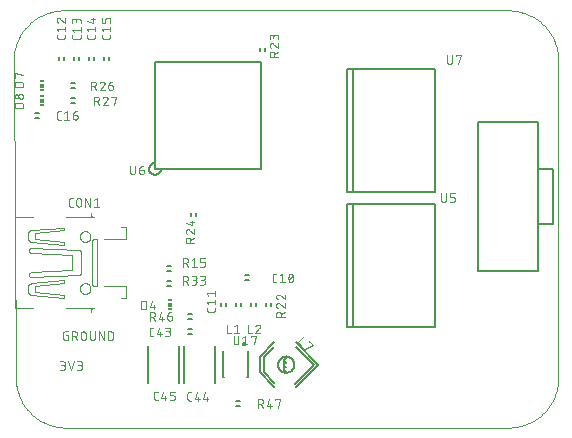
<source format=gto>
G75*
%MOIN*%
%OFA0B0*%
%FSLAX25Y25*%
%IPPOS*%
%LPD*%
%AMOC8*
5,1,8,0,0,1.08239X$1,22.5*
%
%ADD10C,0.00000*%
%ADD11C,0.00600*%
%ADD12C,0.00300*%
%ADD13C,0.00800*%
%ADD14C,0.00400*%
%ADD15R,0.01181X0.00591*%
%ADD16R,0.01181X0.01181*%
%ADD17C,0.00500*%
D10*
X0029688Y0018985D02*
X0028928Y0124656D01*
X0028930Y0125064D01*
X0028942Y0125470D01*
X0028964Y0125877D01*
X0028996Y0126283D01*
X0029037Y0126688D01*
X0029089Y0127092D01*
X0029150Y0127494D01*
X0029220Y0127895D01*
X0029301Y0128294D01*
X0029391Y0128691D01*
X0029491Y0129086D01*
X0029600Y0129478D01*
X0029719Y0129868D01*
X0029848Y0130254D01*
X0029985Y0130637D01*
X0030132Y0131017D01*
X0030288Y0131393D01*
X0030453Y0131765D01*
X0030627Y0132133D01*
X0030810Y0132497D01*
X0031002Y0132856D01*
X0031203Y0133210D01*
X0031412Y0133560D01*
X0031629Y0133904D01*
X0031855Y0134243D01*
X0032089Y0134576D01*
X0032330Y0134904D01*
X0032580Y0135225D01*
X0032838Y0135540D01*
X0033103Y0135850D01*
X0033375Y0136152D01*
X0033655Y0136448D01*
X0033942Y0136737D01*
X0034236Y0137019D01*
X0034536Y0137293D01*
X0034843Y0137561D01*
X0035157Y0137820D01*
X0035477Y0138072D01*
X0035802Y0138317D01*
X0036134Y0138553D01*
X0036471Y0138781D01*
X0036814Y0139001D01*
X0037162Y0139212D01*
X0037515Y0139415D01*
X0037872Y0139610D01*
X0038235Y0139795D01*
X0038601Y0139972D01*
X0038972Y0140140D01*
X0039347Y0140299D01*
X0039726Y0140448D01*
X0040108Y0140589D01*
X0040494Y0140720D01*
X0040882Y0140841D01*
X0041273Y0140954D01*
X0041667Y0141056D01*
X0042064Y0141149D01*
X0042462Y0141233D01*
X0042863Y0141306D01*
X0043265Y0141370D01*
X0043668Y0141425D01*
X0044073Y0141469D01*
X0044479Y0141504D01*
X0044885Y0141528D01*
X0045292Y0141543D01*
X0045699Y0141548D01*
X0193835Y0141548D01*
X0194237Y0141543D01*
X0194639Y0141529D01*
X0195040Y0141504D01*
X0195441Y0141470D01*
X0195840Y0141427D01*
X0196239Y0141373D01*
X0196636Y0141311D01*
X0197032Y0141238D01*
X0197425Y0141156D01*
X0197817Y0141065D01*
X0198206Y0140964D01*
X0198593Y0140853D01*
X0198976Y0140734D01*
X0199357Y0140605D01*
X0199735Y0140467D01*
X0200109Y0140320D01*
X0200480Y0140164D01*
X0200846Y0139999D01*
X0201209Y0139825D01*
X0201567Y0139642D01*
X0201921Y0139451D01*
X0202270Y0139251D01*
X0202614Y0139043D01*
X0202953Y0138827D01*
X0203286Y0138603D01*
X0203615Y0138370D01*
X0203937Y0138130D01*
X0204253Y0137882D01*
X0204564Y0137627D01*
X0204868Y0137364D01*
X0205166Y0137093D01*
X0205457Y0136816D01*
X0205741Y0136532D01*
X0206018Y0136241D01*
X0206289Y0135943D01*
X0206552Y0135639D01*
X0206807Y0135328D01*
X0207055Y0135012D01*
X0207295Y0134690D01*
X0207528Y0134361D01*
X0207752Y0134028D01*
X0207968Y0133689D01*
X0208176Y0133345D01*
X0208376Y0132996D01*
X0208567Y0132642D01*
X0208750Y0132284D01*
X0208924Y0131921D01*
X0209089Y0131555D01*
X0209245Y0131184D01*
X0209392Y0130810D01*
X0209530Y0130432D01*
X0209659Y0130051D01*
X0209778Y0129668D01*
X0209889Y0129281D01*
X0209990Y0128892D01*
X0210081Y0128500D01*
X0210163Y0128107D01*
X0210236Y0127711D01*
X0210298Y0127314D01*
X0210352Y0126915D01*
X0210395Y0126516D01*
X0210429Y0126115D01*
X0210454Y0125714D01*
X0210468Y0125312D01*
X0210473Y0124910D01*
X0210473Y0019057D01*
X0210468Y0018657D01*
X0210454Y0018257D01*
X0210430Y0017858D01*
X0210396Y0017459D01*
X0210352Y0017061D01*
X0210299Y0016665D01*
X0210237Y0016270D01*
X0210165Y0015876D01*
X0210083Y0015484D01*
X0209992Y0015095D01*
X0209891Y0014707D01*
X0209782Y0014323D01*
X0209663Y0013941D01*
X0209534Y0013562D01*
X0209397Y0013186D01*
X0209251Y0012813D01*
X0209095Y0012445D01*
X0208931Y0012080D01*
X0208758Y0011719D01*
X0208576Y0011363D01*
X0208386Y0011011D01*
X0208188Y0010663D01*
X0207981Y0010321D01*
X0207765Y0009984D01*
X0207542Y0009652D01*
X0207311Y0009325D01*
X0207072Y0009004D01*
X0206825Y0008689D01*
X0206571Y0008380D01*
X0206309Y0008078D01*
X0206040Y0007781D01*
X0205764Y0007492D01*
X0205481Y0007209D01*
X0205192Y0006933D01*
X0204895Y0006664D01*
X0204593Y0006402D01*
X0204284Y0006148D01*
X0203969Y0005901D01*
X0203648Y0005662D01*
X0203321Y0005431D01*
X0202989Y0005208D01*
X0202652Y0004992D01*
X0202310Y0004785D01*
X0201962Y0004587D01*
X0201610Y0004397D01*
X0201254Y0004215D01*
X0200893Y0004042D01*
X0200528Y0003878D01*
X0200160Y0003722D01*
X0199787Y0003576D01*
X0199411Y0003439D01*
X0199032Y0003310D01*
X0198650Y0003191D01*
X0198266Y0003082D01*
X0197878Y0002981D01*
X0197489Y0002890D01*
X0197097Y0002808D01*
X0196703Y0002736D01*
X0196308Y0002674D01*
X0195912Y0002621D01*
X0195514Y0002577D01*
X0195115Y0002543D01*
X0194716Y0002519D01*
X0194316Y0002505D01*
X0193916Y0002500D01*
X0046292Y0002500D01*
X0045887Y0002505D01*
X0045481Y0002520D01*
X0045076Y0002545D01*
X0044672Y0002579D01*
X0044269Y0002624D01*
X0043867Y0002678D01*
X0043466Y0002742D01*
X0043068Y0002816D01*
X0042671Y0002900D01*
X0042276Y0002993D01*
X0041883Y0003096D01*
X0041494Y0003208D01*
X0041107Y0003330D01*
X0040723Y0003462D01*
X0040343Y0003602D01*
X0039966Y0003752D01*
X0039593Y0003912D01*
X0039223Y0004080D01*
X0038858Y0004257D01*
X0038498Y0004443D01*
X0038142Y0004638D01*
X0037791Y0004841D01*
X0037445Y0005053D01*
X0037105Y0005273D01*
X0036770Y0005502D01*
X0036440Y0005739D01*
X0036117Y0005983D01*
X0035799Y0006236D01*
X0035488Y0006496D01*
X0035183Y0006764D01*
X0034885Y0007039D01*
X0034594Y0007321D01*
X0034309Y0007610D01*
X0034032Y0007906D01*
X0033762Y0008209D01*
X0033500Y0008519D01*
X0033245Y0008834D01*
X0032998Y0009156D01*
X0032759Y0009484D01*
X0032528Y0009817D01*
X0032305Y0010156D01*
X0032091Y0010501D01*
X0031885Y0010850D01*
X0031688Y0011204D01*
X0031499Y0011564D01*
X0031319Y0011927D01*
X0031148Y0012295D01*
X0030986Y0012667D01*
X0030834Y0013043D01*
X0030690Y0013422D01*
X0030556Y0013805D01*
X0030431Y0014191D01*
X0030316Y0014580D01*
X0030210Y0014972D01*
X0030114Y0015366D01*
X0030028Y0015762D01*
X0029951Y0016160D01*
X0029884Y0016561D01*
X0029827Y0016962D01*
X0029779Y0017365D01*
X0029742Y0017769D01*
X0029714Y0018174D01*
X0029696Y0018579D01*
X0029688Y0018984D01*
X0051000Y0048839D02*
X0051002Y0048923D01*
X0051008Y0049006D01*
X0051018Y0049089D01*
X0051032Y0049172D01*
X0051049Y0049254D01*
X0051071Y0049335D01*
X0051096Y0049414D01*
X0051125Y0049493D01*
X0051158Y0049570D01*
X0051194Y0049645D01*
X0051234Y0049719D01*
X0051277Y0049791D01*
X0051324Y0049860D01*
X0051374Y0049927D01*
X0051427Y0049992D01*
X0051483Y0050054D01*
X0051541Y0050114D01*
X0051603Y0050171D01*
X0051667Y0050224D01*
X0051734Y0050275D01*
X0051803Y0050322D01*
X0051874Y0050367D01*
X0051947Y0050407D01*
X0052022Y0050444D01*
X0052099Y0050478D01*
X0052177Y0050508D01*
X0052256Y0050534D01*
X0052337Y0050557D01*
X0052419Y0050575D01*
X0052501Y0050590D01*
X0052584Y0050601D01*
X0052667Y0050608D01*
X0052751Y0050611D01*
X0052835Y0050610D01*
X0052918Y0050605D01*
X0053002Y0050596D01*
X0053084Y0050583D01*
X0053166Y0050567D01*
X0053247Y0050546D01*
X0053328Y0050522D01*
X0053406Y0050494D01*
X0053484Y0050462D01*
X0053560Y0050426D01*
X0053634Y0050387D01*
X0053706Y0050345D01*
X0053776Y0050299D01*
X0053844Y0050250D01*
X0053909Y0050198D01*
X0053972Y0050143D01*
X0054032Y0050085D01*
X0054090Y0050024D01*
X0054144Y0049960D01*
X0054196Y0049894D01*
X0054244Y0049826D01*
X0054289Y0049755D01*
X0054330Y0049682D01*
X0054369Y0049608D01*
X0054403Y0049532D01*
X0054434Y0049454D01*
X0054461Y0049375D01*
X0054485Y0049294D01*
X0054504Y0049213D01*
X0054520Y0049131D01*
X0054532Y0049048D01*
X0054540Y0048964D01*
X0054544Y0048881D01*
X0054544Y0048797D01*
X0054540Y0048714D01*
X0054532Y0048630D01*
X0054520Y0048547D01*
X0054504Y0048465D01*
X0054485Y0048384D01*
X0054461Y0048303D01*
X0054434Y0048224D01*
X0054403Y0048146D01*
X0054369Y0048070D01*
X0054330Y0047996D01*
X0054289Y0047923D01*
X0054244Y0047852D01*
X0054196Y0047784D01*
X0054144Y0047718D01*
X0054090Y0047654D01*
X0054032Y0047593D01*
X0053972Y0047535D01*
X0053909Y0047480D01*
X0053844Y0047428D01*
X0053776Y0047379D01*
X0053706Y0047333D01*
X0053634Y0047291D01*
X0053560Y0047252D01*
X0053484Y0047216D01*
X0053406Y0047184D01*
X0053328Y0047156D01*
X0053247Y0047132D01*
X0053166Y0047111D01*
X0053084Y0047095D01*
X0053002Y0047082D01*
X0052918Y0047073D01*
X0052835Y0047068D01*
X0052751Y0047067D01*
X0052667Y0047070D01*
X0052584Y0047077D01*
X0052501Y0047088D01*
X0052419Y0047103D01*
X0052337Y0047121D01*
X0052256Y0047144D01*
X0052177Y0047170D01*
X0052099Y0047200D01*
X0052022Y0047234D01*
X0051947Y0047271D01*
X0051874Y0047311D01*
X0051803Y0047356D01*
X0051734Y0047403D01*
X0051667Y0047454D01*
X0051603Y0047507D01*
X0051541Y0047564D01*
X0051483Y0047624D01*
X0051427Y0047686D01*
X0051374Y0047751D01*
X0051324Y0047818D01*
X0051277Y0047887D01*
X0051234Y0047959D01*
X0051194Y0048033D01*
X0051158Y0048108D01*
X0051125Y0048185D01*
X0051096Y0048264D01*
X0051071Y0048343D01*
X0051049Y0048424D01*
X0051032Y0048506D01*
X0051018Y0048589D01*
X0051008Y0048672D01*
X0051002Y0048755D01*
X0051000Y0048839D01*
X0051000Y0066161D02*
X0051002Y0066245D01*
X0051008Y0066328D01*
X0051018Y0066411D01*
X0051032Y0066494D01*
X0051049Y0066576D01*
X0051071Y0066657D01*
X0051096Y0066736D01*
X0051125Y0066815D01*
X0051158Y0066892D01*
X0051194Y0066967D01*
X0051234Y0067041D01*
X0051277Y0067113D01*
X0051324Y0067182D01*
X0051374Y0067249D01*
X0051427Y0067314D01*
X0051483Y0067376D01*
X0051541Y0067436D01*
X0051603Y0067493D01*
X0051667Y0067546D01*
X0051734Y0067597D01*
X0051803Y0067644D01*
X0051874Y0067689D01*
X0051947Y0067729D01*
X0052022Y0067766D01*
X0052099Y0067800D01*
X0052177Y0067830D01*
X0052256Y0067856D01*
X0052337Y0067879D01*
X0052419Y0067897D01*
X0052501Y0067912D01*
X0052584Y0067923D01*
X0052667Y0067930D01*
X0052751Y0067933D01*
X0052835Y0067932D01*
X0052918Y0067927D01*
X0053002Y0067918D01*
X0053084Y0067905D01*
X0053166Y0067889D01*
X0053247Y0067868D01*
X0053328Y0067844D01*
X0053406Y0067816D01*
X0053484Y0067784D01*
X0053560Y0067748D01*
X0053634Y0067709D01*
X0053706Y0067667D01*
X0053776Y0067621D01*
X0053844Y0067572D01*
X0053909Y0067520D01*
X0053972Y0067465D01*
X0054032Y0067407D01*
X0054090Y0067346D01*
X0054144Y0067282D01*
X0054196Y0067216D01*
X0054244Y0067148D01*
X0054289Y0067077D01*
X0054330Y0067004D01*
X0054369Y0066930D01*
X0054403Y0066854D01*
X0054434Y0066776D01*
X0054461Y0066697D01*
X0054485Y0066616D01*
X0054504Y0066535D01*
X0054520Y0066453D01*
X0054532Y0066370D01*
X0054540Y0066286D01*
X0054544Y0066203D01*
X0054544Y0066119D01*
X0054540Y0066036D01*
X0054532Y0065952D01*
X0054520Y0065869D01*
X0054504Y0065787D01*
X0054485Y0065706D01*
X0054461Y0065625D01*
X0054434Y0065546D01*
X0054403Y0065468D01*
X0054369Y0065392D01*
X0054330Y0065318D01*
X0054289Y0065245D01*
X0054244Y0065174D01*
X0054196Y0065106D01*
X0054144Y0065040D01*
X0054090Y0064976D01*
X0054032Y0064915D01*
X0053972Y0064857D01*
X0053909Y0064802D01*
X0053844Y0064750D01*
X0053776Y0064701D01*
X0053706Y0064655D01*
X0053634Y0064613D01*
X0053560Y0064574D01*
X0053484Y0064538D01*
X0053406Y0064506D01*
X0053328Y0064478D01*
X0053247Y0064454D01*
X0053166Y0064433D01*
X0053084Y0064417D01*
X0053002Y0064404D01*
X0052918Y0064395D01*
X0052835Y0064390D01*
X0052751Y0064389D01*
X0052667Y0064392D01*
X0052584Y0064399D01*
X0052501Y0064410D01*
X0052419Y0064425D01*
X0052337Y0064443D01*
X0052256Y0064466D01*
X0052177Y0064492D01*
X0052099Y0064522D01*
X0052022Y0064556D01*
X0051947Y0064593D01*
X0051874Y0064633D01*
X0051803Y0064678D01*
X0051734Y0064725D01*
X0051667Y0064776D01*
X0051603Y0064829D01*
X0051541Y0064886D01*
X0051483Y0064946D01*
X0051427Y0065008D01*
X0051374Y0065073D01*
X0051324Y0065140D01*
X0051277Y0065209D01*
X0051234Y0065281D01*
X0051194Y0065355D01*
X0051158Y0065430D01*
X0051125Y0065507D01*
X0051096Y0065586D01*
X0051071Y0065665D01*
X0051049Y0065746D01*
X0051032Y0065828D01*
X0051018Y0065911D01*
X0051008Y0065994D01*
X0051002Y0066077D01*
X0051000Y0066161D01*
D11*
X0080201Y0056382D02*
X0081343Y0056382D01*
X0081343Y0054618D02*
X0080201Y0054618D01*
X0080201Y0051382D02*
X0081343Y0051382D01*
X0081343Y0049618D02*
X0080201Y0049618D01*
X0087201Y0040382D02*
X0088343Y0040382D01*
X0088343Y0038618D02*
X0087201Y0038618D01*
X0087201Y0035382D02*
X0088343Y0035382D01*
X0088343Y0033618D02*
X0087201Y0033618D01*
X0097890Y0042929D02*
X0097890Y0044071D01*
X0099654Y0044071D02*
X0099654Y0042929D01*
X0102890Y0042929D02*
X0102890Y0044071D01*
X0104654Y0044071D02*
X0104654Y0042929D01*
X0107890Y0042929D02*
X0107890Y0044071D01*
X0109654Y0044071D02*
X0109654Y0042929D01*
X0112890Y0042929D02*
X0112890Y0044071D01*
X0114654Y0044071D02*
X0114654Y0042929D01*
X0107343Y0051618D02*
X0106201Y0051618D01*
X0106201Y0053382D02*
X0107343Y0053382D01*
X0089654Y0072929D02*
X0089654Y0074071D01*
X0087890Y0074071D02*
X0087890Y0072929D01*
X0037343Y0105618D02*
X0036201Y0105618D01*
X0036201Y0107382D02*
X0037343Y0107382D01*
X0048201Y0110618D02*
X0049343Y0110618D01*
X0049343Y0112382D02*
X0048201Y0112382D01*
X0048201Y0115618D02*
X0049343Y0115618D01*
X0049343Y0117382D02*
X0048201Y0117382D01*
X0048890Y0124929D02*
X0048890Y0126071D01*
X0050654Y0126071D02*
X0050654Y0124929D01*
X0053890Y0124929D02*
X0053890Y0126071D01*
X0055654Y0126071D02*
X0055654Y0124929D01*
X0058890Y0124929D02*
X0058890Y0126071D01*
X0060654Y0126071D02*
X0060654Y0124929D01*
X0045654Y0124929D02*
X0045654Y0126071D01*
X0043890Y0126071D02*
X0043890Y0124929D01*
X0110890Y0127929D02*
X0110890Y0129071D01*
X0112654Y0129071D02*
X0112654Y0127929D01*
X0183693Y0104500D02*
X0203772Y0104500D01*
X0203772Y0088850D01*
X0208772Y0088850D01*
X0208772Y0070346D01*
X0203772Y0070346D01*
X0203772Y0054697D01*
X0183693Y0054697D01*
X0183693Y0104500D01*
X0203772Y0088850D02*
X0203772Y0070346D01*
X0104343Y0011382D02*
X0103201Y0011382D01*
X0103201Y0009618D02*
X0104343Y0009618D01*
D12*
X0110422Y0009150D02*
X0110422Y0012050D01*
X0111228Y0012050D01*
X0111283Y0012048D01*
X0111338Y0012042D01*
X0111392Y0012033D01*
X0111445Y0012020D01*
X0111498Y0012003D01*
X0111549Y0011983D01*
X0111599Y0011960D01*
X0111647Y0011933D01*
X0111693Y0011902D01*
X0111737Y0011869D01*
X0111778Y0011833D01*
X0111817Y0011794D01*
X0111853Y0011753D01*
X0111886Y0011709D01*
X0111917Y0011663D01*
X0111944Y0011615D01*
X0111967Y0011565D01*
X0111987Y0011514D01*
X0112004Y0011461D01*
X0112017Y0011408D01*
X0112026Y0011354D01*
X0112032Y0011299D01*
X0112034Y0011244D01*
X0112032Y0011189D01*
X0112026Y0011134D01*
X0112017Y0011080D01*
X0112004Y0011027D01*
X0111987Y0010974D01*
X0111967Y0010923D01*
X0111944Y0010873D01*
X0111917Y0010825D01*
X0111886Y0010779D01*
X0111853Y0010735D01*
X0111817Y0010694D01*
X0111778Y0010655D01*
X0111737Y0010619D01*
X0111693Y0010586D01*
X0111647Y0010555D01*
X0111599Y0010528D01*
X0111549Y0010505D01*
X0111498Y0010485D01*
X0111445Y0010468D01*
X0111392Y0010455D01*
X0111338Y0010446D01*
X0111283Y0010440D01*
X0111228Y0010438D01*
X0111228Y0010439D02*
X0110422Y0010439D01*
X0111389Y0010439D02*
X0112033Y0009150D01*
X0113282Y0009794D02*
X0114893Y0009794D01*
X0114410Y0010439D02*
X0114410Y0009150D01*
X0113282Y0009794D02*
X0113926Y0012050D01*
X0116162Y0012050D02*
X0117773Y0012050D01*
X0116968Y0009150D01*
X0116162Y0011728D02*
X0116162Y0012050D01*
X0093772Y0012126D02*
X0092161Y0012126D01*
X0092805Y0014381D01*
X0089925Y0014381D02*
X0089281Y0012126D01*
X0090892Y0012126D01*
X0090408Y0012770D02*
X0090408Y0011481D01*
X0088160Y0011481D02*
X0087516Y0011481D01*
X0087516Y0011482D02*
X0087468Y0011484D01*
X0087420Y0011489D01*
X0087373Y0011498D01*
X0087326Y0011511D01*
X0087281Y0011527D01*
X0087237Y0011546D01*
X0087194Y0011568D01*
X0087153Y0011594D01*
X0087114Y0011623D01*
X0087078Y0011654D01*
X0087044Y0011688D01*
X0087013Y0011724D01*
X0086984Y0011763D01*
X0086958Y0011804D01*
X0086936Y0011847D01*
X0086917Y0011891D01*
X0086901Y0011936D01*
X0086888Y0011983D01*
X0086879Y0012030D01*
X0086874Y0012078D01*
X0086872Y0012126D01*
X0086872Y0013737D01*
X0086874Y0013788D01*
X0086880Y0013838D01*
X0086890Y0013887D01*
X0086904Y0013936D01*
X0086921Y0013983D01*
X0086942Y0014029D01*
X0086967Y0014073D01*
X0086995Y0014116D01*
X0087026Y0014155D01*
X0087061Y0014192D01*
X0087098Y0014227D01*
X0087137Y0014258D01*
X0087180Y0014286D01*
X0087224Y0014311D01*
X0087270Y0014332D01*
X0087317Y0014349D01*
X0087366Y0014363D01*
X0087415Y0014373D01*
X0087465Y0014379D01*
X0087516Y0014381D01*
X0088160Y0014381D01*
X0093288Y0012770D02*
X0093288Y0011481D01*
X0082673Y0012263D02*
X0082673Y0012585D01*
X0082672Y0012585D02*
X0082670Y0012633D01*
X0082665Y0012681D01*
X0082656Y0012728D01*
X0082643Y0012775D01*
X0082627Y0012820D01*
X0082608Y0012864D01*
X0082586Y0012907D01*
X0082560Y0012948D01*
X0082531Y0012987D01*
X0082500Y0013023D01*
X0082466Y0013057D01*
X0082430Y0013088D01*
X0082391Y0013117D01*
X0082350Y0013143D01*
X0082307Y0013165D01*
X0082263Y0013184D01*
X0082218Y0013200D01*
X0082171Y0013213D01*
X0082124Y0013222D01*
X0082076Y0013227D01*
X0082028Y0013229D01*
X0082028Y0013230D02*
X0081062Y0013230D01*
X0081062Y0014519D01*
X0082673Y0014519D01*
X0078826Y0014519D02*
X0078182Y0012263D01*
X0079793Y0012263D01*
X0079309Y0012907D02*
X0079309Y0011619D01*
X0081062Y0011619D02*
X0082028Y0011619D01*
X0082076Y0011621D01*
X0082124Y0011626D01*
X0082171Y0011635D01*
X0082218Y0011648D01*
X0082263Y0011664D01*
X0082307Y0011683D01*
X0082350Y0011705D01*
X0082391Y0011731D01*
X0082430Y0011760D01*
X0082466Y0011791D01*
X0082500Y0011825D01*
X0082531Y0011861D01*
X0082560Y0011900D01*
X0082586Y0011941D01*
X0082608Y0011984D01*
X0082627Y0012028D01*
X0082643Y0012073D01*
X0082656Y0012120D01*
X0082665Y0012167D01*
X0082670Y0012215D01*
X0082672Y0012263D01*
X0077061Y0011619D02*
X0076417Y0011619D01*
X0076369Y0011621D01*
X0076321Y0011626D01*
X0076274Y0011635D01*
X0076227Y0011648D01*
X0076182Y0011664D01*
X0076138Y0011683D01*
X0076095Y0011705D01*
X0076054Y0011731D01*
X0076015Y0011760D01*
X0075979Y0011791D01*
X0075945Y0011825D01*
X0075914Y0011861D01*
X0075885Y0011900D01*
X0075859Y0011941D01*
X0075837Y0011984D01*
X0075818Y0012028D01*
X0075802Y0012073D01*
X0075789Y0012120D01*
X0075780Y0012167D01*
X0075775Y0012215D01*
X0075773Y0012263D01*
X0075773Y0013874D01*
X0075775Y0013925D01*
X0075781Y0013975D01*
X0075791Y0014024D01*
X0075805Y0014073D01*
X0075822Y0014120D01*
X0075843Y0014166D01*
X0075868Y0014210D01*
X0075896Y0014253D01*
X0075927Y0014292D01*
X0075962Y0014329D01*
X0075999Y0014364D01*
X0076038Y0014395D01*
X0076081Y0014423D01*
X0076125Y0014448D01*
X0076171Y0014469D01*
X0076218Y0014486D01*
X0076267Y0014500D01*
X0076316Y0014510D01*
X0076366Y0014516D01*
X0076417Y0014518D01*
X0076417Y0014519D02*
X0077061Y0014519D01*
X0102226Y0031035D02*
X0102226Y0033130D01*
X0102511Y0033950D02*
X0104122Y0033950D01*
X0103317Y0033950D02*
X0103317Y0036850D01*
X0102511Y0036206D01*
X0100117Y0036850D02*
X0100117Y0033950D01*
X0101406Y0033950D01*
X0103837Y0033130D02*
X0103837Y0031035D01*
X0103835Y0030980D01*
X0103829Y0030925D01*
X0103820Y0030871D01*
X0103807Y0030818D01*
X0103790Y0030765D01*
X0103770Y0030714D01*
X0103747Y0030664D01*
X0103720Y0030616D01*
X0103689Y0030570D01*
X0103656Y0030526D01*
X0103620Y0030485D01*
X0103581Y0030446D01*
X0103540Y0030410D01*
X0103496Y0030377D01*
X0103450Y0030346D01*
X0103402Y0030319D01*
X0103352Y0030296D01*
X0103301Y0030276D01*
X0103248Y0030259D01*
X0103195Y0030246D01*
X0103141Y0030237D01*
X0103086Y0030231D01*
X0103031Y0030229D01*
X0102976Y0030231D01*
X0102921Y0030237D01*
X0102867Y0030246D01*
X0102814Y0030259D01*
X0102761Y0030276D01*
X0102710Y0030296D01*
X0102660Y0030319D01*
X0102612Y0030346D01*
X0102566Y0030377D01*
X0102522Y0030410D01*
X0102481Y0030446D01*
X0102442Y0030485D01*
X0102406Y0030526D01*
X0102373Y0030570D01*
X0102342Y0030616D01*
X0102315Y0030664D01*
X0102292Y0030714D01*
X0102272Y0030765D01*
X0102255Y0030818D01*
X0102242Y0030871D01*
X0102233Y0030925D01*
X0102227Y0030980D01*
X0102225Y0031035D01*
X0105202Y0030230D02*
X0106813Y0030230D01*
X0106007Y0030230D02*
X0106007Y0033130D01*
X0105202Y0032485D01*
X0107117Y0033950D02*
X0108406Y0033950D01*
X0108082Y0033130D02*
X0109693Y0033130D01*
X0108887Y0030230D01*
X0108082Y0032807D02*
X0108082Y0033130D01*
X0107117Y0033950D02*
X0107117Y0036850D01*
X0110880Y0035561D02*
X0110917Y0035598D01*
X0110951Y0035638D01*
X0110983Y0035680D01*
X0111011Y0035725D01*
X0111037Y0035771D01*
X0111059Y0035818D01*
X0111078Y0035867D01*
X0111094Y0035917D01*
X0111106Y0035968D01*
X0111115Y0036020D01*
X0111120Y0036072D01*
X0111122Y0036125D01*
X0110880Y0035561D02*
X0109511Y0033950D01*
X0111122Y0033950D01*
X0109511Y0036206D02*
X0109531Y0036261D01*
X0109554Y0036315D01*
X0109581Y0036367D01*
X0109611Y0036417D01*
X0109643Y0036466D01*
X0109679Y0036512D01*
X0109718Y0036556D01*
X0109759Y0036597D01*
X0109803Y0036636D01*
X0109849Y0036672D01*
X0109898Y0036705D01*
X0109948Y0036735D01*
X0110000Y0036761D01*
X0110054Y0036785D01*
X0110109Y0036804D01*
X0110165Y0036821D01*
X0110222Y0036833D01*
X0110280Y0036843D01*
X0110338Y0036848D01*
X0110397Y0036850D01*
X0110449Y0036848D01*
X0110500Y0036843D01*
X0110551Y0036833D01*
X0110601Y0036821D01*
X0110650Y0036804D01*
X0110698Y0036784D01*
X0110744Y0036761D01*
X0110789Y0036735D01*
X0110831Y0036705D01*
X0110872Y0036673D01*
X0110910Y0036638D01*
X0110945Y0036600D01*
X0110977Y0036559D01*
X0111007Y0036517D01*
X0111033Y0036472D01*
X0111056Y0036426D01*
X0111076Y0036378D01*
X0111093Y0036329D01*
X0111105Y0036279D01*
X0111115Y0036228D01*
X0111120Y0036177D01*
X0111122Y0036125D01*
X0116422Y0039499D02*
X0116422Y0040305D01*
X0116424Y0040360D01*
X0116430Y0040415D01*
X0116439Y0040469D01*
X0116452Y0040522D01*
X0116469Y0040575D01*
X0116489Y0040626D01*
X0116512Y0040676D01*
X0116539Y0040724D01*
X0116570Y0040770D01*
X0116603Y0040814D01*
X0116639Y0040855D01*
X0116678Y0040894D01*
X0116719Y0040930D01*
X0116763Y0040963D01*
X0116809Y0040994D01*
X0116857Y0041021D01*
X0116907Y0041044D01*
X0116958Y0041064D01*
X0117011Y0041081D01*
X0117064Y0041094D01*
X0117118Y0041103D01*
X0117173Y0041109D01*
X0117228Y0041111D01*
X0117283Y0041109D01*
X0117338Y0041103D01*
X0117392Y0041094D01*
X0117445Y0041081D01*
X0117498Y0041064D01*
X0117549Y0041044D01*
X0117599Y0041021D01*
X0117647Y0040994D01*
X0117693Y0040963D01*
X0117737Y0040930D01*
X0117778Y0040894D01*
X0117817Y0040855D01*
X0117853Y0040814D01*
X0117886Y0040770D01*
X0117917Y0040724D01*
X0117944Y0040676D01*
X0117967Y0040626D01*
X0117987Y0040575D01*
X0118004Y0040522D01*
X0118017Y0040469D01*
X0118026Y0040415D01*
X0118032Y0040360D01*
X0118034Y0040305D01*
X0118033Y0040305D02*
X0118033Y0039499D01*
X0118033Y0040466D02*
X0119322Y0041110D01*
X0119322Y0042359D02*
X0119322Y0043970D01*
X0119322Y0045239D02*
X0119322Y0046850D01*
X0119322Y0045239D02*
X0117711Y0046608D01*
X0116423Y0046125D02*
X0116425Y0046066D01*
X0116430Y0046008D01*
X0116440Y0045950D01*
X0116452Y0045893D01*
X0116469Y0045837D01*
X0116488Y0045782D01*
X0116512Y0045728D01*
X0116538Y0045676D01*
X0116568Y0045626D01*
X0116601Y0045577D01*
X0116637Y0045531D01*
X0116676Y0045487D01*
X0116717Y0045446D01*
X0116761Y0045407D01*
X0116807Y0045371D01*
X0116856Y0045339D01*
X0116906Y0045309D01*
X0116958Y0045282D01*
X0117012Y0045259D01*
X0117067Y0045239D01*
X0117711Y0046608D02*
X0117674Y0046645D01*
X0117634Y0046679D01*
X0117592Y0046711D01*
X0117547Y0046739D01*
X0117501Y0046765D01*
X0117454Y0046787D01*
X0117405Y0046806D01*
X0117355Y0046822D01*
X0117304Y0046834D01*
X0117252Y0046843D01*
X0117200Y0046848D01*
X0117147Y0046850D01*
X0117095Y0046848D01*
X0117044Y0046843D01*
X0116993Y0046833D01*
X0116943Y0046821D01*
X0116894Y0046804D01*
X0116846Y0046784D01*
X0116800Y0046761D01*
X0116755Y0046735D01*
X0116713Y0046705D01*
X0116672Y0046673D01*
X0116634Y0046638D01*
X0116599Y0046600D01*
X0116567Y0046559D01*
X0116537Y0046517D01*
X0116511Y0046472D01*
X0116488Y0046426D01*
X0116468Y0046378D01*
X0116451Y0046329D01*
X0116439Y0046279D01*
X0116429Y0046228D01*
X0116424Y0046177D01*
X0116422Y0046125D01*
X0117711Y0043728D02*
X0119322Y0042359D01*
X0117067Y0042359D02*
X0117012Y0042379D01*
X0116958Y0042402D01*
X0116906Y0042429D01*
X0116856Y0042459D01*
X0116807Y0042491D01*
X0116761Y0042527D01*
X0116717Y0042566D01*
X0116676Y0042607D01*
X0116637Y0042651D01*
X0116601Y0042697D01*
X0116568Y0042746D01*
X0116538Y0042796D01*
X0116512Y0042848D01*
X0116488Y0042902D01*
X0116469Y0042957D01*
X0116452Y0043013D01*
X0116440Y0043070D01*
X0116430Y0043128D01*
X0116425Y0043186D01*
X0116423Y0043245D01*
X0116422Y0043245D02*
X0116424Y0043297D01*
X0116429Y0043348D01*
X0116439Y0043399D01*
X0116451Y0043449D01*
X0116468Y0043498D01*
X0116488Y0043546D01*
X0116511Y0043592D01*
X0116537Y0043637D01*
X0116567Y0043679D01*
X0116599Y0043720D01*
X0116634Y0043758D01*
X0116672Y0043793D01*
X0116713Y0043825D01*
X0116755Y0043855D01*
X0116800Y0043881D01*
X0116846Y0043904D01*
X0116894Y0043924D01*
X0116943Y0043941D01*
X0116993Y0043953D01*
X0117044Y0043963D01*
X0117095Y0043968D01*
X0117147Y0043970D01*
X0117200Y0043968D01*
X0117252Y0043963D01*
X0117304Y0043954D01*
X0117355Y0043942D01*
X0117405Y0043926D01*
X0117454Y0043907D01*
X0117501Y0043885D01*
X0117547Y0043859D01*
X0117592Y0043831D01*
X0117634Y0043799D01*
X0117674Y0043765D01*
X0117711Y0043728D01*
X0116422Y0039499D02*
X0119322Y0039499D01*
X0125849Y0032947D02*
X0123799Y0030896D01*
X0124710Y0029985D01*
X0126061Y0028634D02*
X0128681Y0030115D01*
X0127542Y0031254D01*
X0127314Y0031027D01*
X0121317Y0050950D02*
X0121363Y0050952D01*
X0121409Y0050957D01*
X0121454Y0050966D01*
X0121499Y0050978D01*
X0121542Y0050994D01*
X0121584Y0051013D01*
X0121625Y0051036D01*
X0121663Y0051061D01*
X0121700Y0051089D01*
X0121734Y0051120D01*
X0121766Y0051154D01*
X0121795Y0051190D01*
X0121821Y0051228D01*
X0121844Y0051268D01*
X0121864Y0051310D01*
X0121881Y0051353D01*
X0121317Y0050950D02*
X0121271Y0050952D01*
X0121225Y0050957D01*
X0121180Y0050966D01*
X0121135Y0050978D01*
X0121092Y0050994D01*
X0121050Y0051013D01*
X0121009Y0051036D01*
X0120971Y0051061D01*
X0120934Y0051089D01*
X0120900Y0051120D01*
X0120868Y0051154D01*
X0120839Y0051190D01*
X0120813Y0051228D01*
X0120790Y0051268D01*
X0120770Y0051310D01*
X0120753Y0051353D01*
X0120672Y0051594D02*
X0121961Y0053206D01*
X0121881Y0053447D02*
X0121864Y0053490D01*
X0121844Y0053532D01*
X0121821Y0053572D01*
X0121795Y0053610D01*
X0121766Y0053646D01*
X0121734Y0053680D01*
X0121700Y0053711D01*
X0121663Y0053739D01*
X0121625Y0053764D01*
X0121584Y0053787D01*
X0121542Y0053806D01*
X0121499Y0053822D01*
X0121454Y0053834D01*
X0121409Y0053843D01*
X0121363Y0053848D01*
X0121317Y0053850D01*
X0121271Y0053848D01*
X0121225Y0053843D01*
X0121180Y0053834D01*
X0121135Y0053822D01*
X0121092Y0053806D01*
X0121050Y0053787D01*
X0121009Y0053764D01*
X0120971Y0053739D01*
X0120934Y0053711D01*
X0120900Y0053680D01*
X0120868Y0053646D01*
X0120839Y0053610D01*
X0120813Y0053572D01*
X0120790Y0053532D01*
X0120770Y0053490D01*
X0120753Y0053447D01*
X0121880Y0053447D02*
X0121918Y0053365D01*
X0121953Y0053282D01*
X0121985Y0053197D01*
X0122014Y0053112D01*
X0122039Y0053025D01*
X0122061Y0052937D01*
X0122079Y0052849D01*
X0122095Y0052760D01*
X0122107Y0052670D01*
X0122115Y0052581D01*
X0122120Y0052490D01*
X0122122Y0052400D01*
X0120511Y0052400D02*
X0120513Y0052490D01*
X0120518Y0052581D01*
X0120526Y0052670D01*
X0120538Y0052760D01*
X0120554Y0052849D01*
X0120572Y0052937D01*
X0120594Y0053025D01*
X0120619Y0053112D01*
X0120648Y0053197D01*
X0120680Y0053282D01*
X0120715Y0053365D01*
X0120753Y0053447D01*
X0122122Y0052400D02*
X0122120Y0052310D01*
X0122115Y0052219D01*
X0122107Y0052130D01*
X0122095Y0052040D01*
X0122079Y0051951D01*
X0122061Y0051863D01*
X0122039Y0051775D01*
X0122014Y0051688D01*
X0121985Y0051603D01*
X0121953Y0051518D01*
X0121918Y0051435D01*
X0121880Y0051353D01*
X0120753Y0051353D02*
X0120715Y0051435D01*
X0120680Y0051518D01*
X0120648Y0051603D01*
X0120619Y0051688D01*
X0120594Y0051775D01*
X0120572Y0051863D01*
X0120554Y0051951D01*
X0120538Y0052040D01*
X0120526Y0052130D01*
X0120518Y0052219D01*
X0120513Y0052310D01*
X0120511Y0052400D01*
X0119242Y0050950D02*
X0117631Y0050950D01*
X0118437Y0050950D02*
X0118437Y0053850D01*
X0117631Y0053206D01*
X0116511Y0053850D02*
X0115866Y0053850D01*
X0115815Y0053848D01*
X0115765Y0053842D01*
X0115716Y0053832D01*
X0115667Y0053818D01*
X0115620Y0053801D01*
X0115574Y0053780D01*
X0115530Y0053755D01*
X0115487Y0053727D01*
X0115448Y0053696D01*
X0115411Y0053661D01*
X0115376Y0053624D01*
X0115345Y0053585D01*
X0115317Y0053542D01*
X0115292Y0053498D01*
X0115271Y0053452D01*
X0115254Y0053405D01*
X0115240Y0053356D01*
X0115230Y0053307D01*
X0115224Y0053257D01*
X0115222Y0053206D01*
X0115222Y0051594D01*
X0115224Y0051546D01*
X0115229Y0051498D01*
X0115238Y0051451D01*
X0115251Y0051404D01*
X0115267Y0051359D01*
X0115286Y0051315D01*
X0115308Y0051272D01*
X0115334Y0051231D01*
X0115363Y0051192D01*
X0115394Y0051156D01*
X0115428Y0051122D01*
X0115464Y0051091D01*
X0115503Y0051062D01*
X0115544Y0051036D01*
X0115587Y0051014D01*
X0115631Y0050995D01*
X0115676Y0050979D01*
X0115723Y0050966D01*
X0115770Y0050957D01*
X0115818Y0050952D01*
X0115866Y0050950D01*
X0116511Y0050950D01*
X0096122Y0048050D02*
X0096122Y0046439D01*
X0096122Y0047245D02*
X0093222Y0047245D01*
X0093867Y0046439D01*
X0096122Y0045170D02*
X0096122Y0043559D01*
X0096122Y0044365D02*
X0093222Y0044365D01*
X0093867Y0043559D01*
X0093222Y0042439D02*
X0093222Y0041794D01*
X0093223Y0041794D02*
X0093225Y0041743D01*
X0093231Y0041693D01*
X0093241Y0041644D01*
X0093255Y0041595D01*
X0093272Y0041548D01*
X0093293Y0041502D01*
X0093318Y0041457D01*
X0093346Y0041415D01*
X0093377Y0041376D01*
X0093412Y0041339D01*
X0093449Y0041304D01*
X0093488Y0041273D01*
X0093531Y0041245D01*
X0093575Y0041220D01*
X0093621Y0041199D01*
X0093668Y0041182D01*
X0093717Y0041168D01*
X0093766Y0041158D01*
X0093816Y0041152D01*
X0093867Y0041150D01*
X0095478Y0041150D01*
X0095526Y0041152D01*
X0095574Y0041157D01*
X0095621Y0041166D01*
X0095668Y0041179D01*
X0095713Y0041195D01*
X0095757Y0041214D01*
X0095800Y0041236D01*
X0095841Y0041262D01*
X0095880Y0041291D01*
X0095916Y0041322D01*
X0095950Y0041356D01*
X0095981Y0041392D01*
X0096010Y0041431D01*
X0096036Y0041472D01*
X0096058Y0041515D01*
X0096077Y0041559D01*
X0096093Y0041604D01*
X0096106Y0041651D01*
X0096115Y0041698D01*
X0096120Y0041746D01*
X0096122Y0041794D01*
X0096122Y0042439D01*
X0091968Y0050150D02*
X0091162Y0050150D01*
X0091968Y0050150D02*
X0092023Y0050152D01*
X0092078Y0050158D01*
X0092132Y0050167D01*
X0092185Y0050180D01*
X0092238Y0050197D01*
X0092289Y0050217D01*
X0092339Y0050240D01*
X0092387Y0050267D01*
X0092433Y0050298D01*
X0092477Y0050331D01*
X0092518Y0050367D01*
X0092557Y0050406D01*
X0092593Y0050447D01*
X0092626Y0050491D01*
X0092657Y0050537D01*
X0092684Y0050585D01*
X0092707Y0050635D01*
X0092727Y0050686D01*
X0092744Y0050739D01*
X0092757Y0050792D01*
X0092766Y0050846D01*
X0092772Y0050901D01*
X0092774Y0050956D01*
X0092772Y0051011D01*
X0092766Y0051066D01*
X0092757Y0051120D01*
X0092744Y0051173D01*
X0092727Y0051226D01*
X0092707Y0051277D01*
X0092684Y0051327D01*
X0092657Y0051375D01*
X0092626Y0051421D01*
X0092593Y0051465D01*
X0092557Y0051506D01*
X0092518Y0051545D01*
X0092477Y0051581D01*
X0092433Y0051614D01*
X0092387Y0051645D01*
X0092339Y0051672D01*
X0092289Y0051695D01*
X0092238Y0051715D01*
X0092185Y0051732D01*
X0092132Y0051745D01*
X0092078Y0051754D01*
X0092023Y0051760D01*
X0091968Y0051762D01*
X0092129Y0051761D02*
X0091484Y0051761D01*
X0092129Y0051762D02*
X0092178Y0051764D01*
X0092227Y0051770D01*
X0092276Y0051779D01*
X0092323Y0051792D01*
X0092370Y0051809D01*
X0092415Y0051829D01*
X0092458Y0051852D01*
X0092500Y0051879D01*
X0092539Y0051909D01*
X0092576Y0051942D01*
X0092610Y0051978D01*
X0092641Y0052016D01*
X0092670Y0052056D01*
X0092695Y0052098D01*
X0092717Y0052143D01*
X0092735Y0052188D01*
X0092750Y0052235D01*
X0092761Y0052283D01*
X0092769Y0052332D01*
X0092773Y0052381D01*
X0092773Y0052431D01*
X0092769Y0052480D01*
X0092761Y0052529D01*
X0092750Y0052577D01*
X0092735Y0052624D01*
X0092717Y0052669D01*
X0092695Y0052714D01*
X0092670Y0052756D01*
X0092641Y0052796D01*
X0092610Y0052834D01*
X0092576Y0052870D01*
X0092539Y0052903D01*
X0092500Y0052933D01*
X0092458Y0052960D01*
X0092415Y0052983D01*
X0092370Y0053003D01*
X0092323Y0053020D01*
X0092276Y0053033D01*
X0092227Y0053042D01*
X0092178Y0053048D01*
X0092129Y0053050D01*
X0091162Y0053050D01*
X0089249Y0053050D02*
X0088282Y0053050D01*
X0089249Y0053050D02*
X0089298Y0053048D01*
X0089347Y0053042D01*
X0089396Y0053033D01*
X0089443Y0053020D01*
X0089490Y0053003D01*
X0089535Y0052983D01*
X0089578Y0052960D01*
X0089620Y0052933D01*
X0089659Y0052903D01*
X0089696Y0052870D01*
X0089730Y0052834D01*
X0089761Y0052796D01*
X0089790Y0052756D01*
X0089815Y0052714D01*
X0089837Y0052669D01*
X0089855Y0052624D01*
X0089870Y0052577D01*
X0089881Y0052529D01*
X0089889Y0052480D01*
X0089893Y0052431D01*
X0089893Y0052381D01*
X0089889Y0052332D01*
X0089881Y0052283D01*
X0089870Y0052235D01*
X0089855Y0052188D01*
X0089837Y0052143D01*
X0089815Y0052098D01*
X0089790Y0052056D01*
X0089761Y0052016D01*
X0089730Y0051978D01*
X0089696Y0051942D01*
X0089659Y0051909D01*
X0089620Y0051879D01*
X0089578Y0051852D01*
X0089535Y0051829D01*
X0089490Y0051809D01*
X0089443Y0051792D01*
X0089396Y0051779D01*
X0089347Y0051770D01*
X0089298Y0051764D01*
X0089249Y0051762D01*
X0089249Y0051761D02*
X0088604Y0051761D01*
X0089088Y0051762D02*
X0089143Y0051760D01*
X0089198Y0051754D01*
X0089252Y0051745D01*
X0089305Y0051732D01*
X0089358Y0051715D01*
X0089409Y0051695D01*
X0089459Y0051672D01*
X0089507Y0051645D01*
X0089553Y0051614D01*
X0089597Y0051581D01*
X0089638Y0051545D01*
X0089677Y0051506D01*
X0089713Y0051465D01*
X0089746Y0051421D01*
X0089777Y0051375D01*
X0089804Y0051327D01*
X0089827Y0051277D01*
X0089847Y0051226D01*
X0089864Y0051173D01*
X0089877Y0051120D01*
X0089886Y0051066D01*
X0089892Y0051011D01*
X0089894Y0050956D01*
X0089892Y0050901D01*
X0089886Y0050846D01*
X0089877Y0050792D01*
X0089864Y0050739D01*
X0089847Y0050686D01*
X0089827Y0050635D01*
X0089804Y0050585D01*
X0089777Y0050537D01*
X0089746Y0050491D01*
X0089713Y0050447D01*
X0089677Y0050406D01*
X0089638Y0050367D01*
X0089597Y0050331D01*
X0089553Y0050298D01*
X0089507Y0050267D01*
X0089459Y0050240D01*
X0089409Y0050217D01*
X0089358Y0050197D01*
X0089305Y0050180D01*
X0089252Y0050167D01*
X0089198Y0050158D01*
X0089143Y0050152D01*
X0089088Y0050150D01*
X0088282Y0050150D01*
X0087033Y0050150D02*
X0086389Y0051439D01*
X0086228Y0051439D02*
X0085422Y0051439D01*
X0086228Y0051438D02*
X0086283Y0051440D01*
X0086338Y0051446D01*
X0086392Y0051455D01*
X0086445Y0051468D01*
X0086498Y0051485D01*
X0086549Y0051505D01*
X0086599Y0051528D01*
X0086647Y0051555D01*
X0086693Y0051586D01*
X0086737Y0051619D01*
X0086778Y0051655D01*
X0086817Y0051694D01*
X0086853Y0051735D01*
X0086886Y0051779D01*
X0086917Y0051825D01*
X0086944Y0051873D01*
X0086967Y0051923D01*
X0086987Y0051974D01*
X0087004Y0052027D01*
X0087017Y0052080D01*
X0087026Y0052134D01*
X0087032Y0052189D01*
X0087034Y0052244D01*
X0087032Y0052299D01*
X0087026Y0052354D01*
X0087017Y0052408D01*
X0087004Y0052461D01*
X0086987Y0052514D01*
X0086967Y0052565D01*
X0086944Y0052615D01*
X0086917Y0052663D01*
X0086886Y0052709D01*
X0086853Y0052753D01*
X0086817Y0052794D01*
X0086778Y0052833D01*
X0086737Y0052869D01*
X0086693Y0052902D01*
X0086647Y0052933D01*
X0086599Y0052960D01*
X0086549Y0052983D01*
X0086498Y0053003D01*
X0086445Y0053020D01*
X0086392Y0053033D01*
X0086338Y0053042D01*
X0086283Y0053048D01*
X0086228Y0053050D01*
X0085422Y0053050D01*
X0085422Y0050150D01*
X0085422Y0056150D02*
X0085422Y0059050D01*
X0086228Y0059050D01*
X0086283Y0059048D01*
X0086338Y0059042D01*
X0086392Y0059033D01*
X0086445Y0059020D01*
X0086498Y0059003D01*
X0086549Y0058983D01*
X0086599Y0058960D01*
X0086647Y0058933D01*
X0086693Y0058902D01*
X0086737Y0058869D01*
X0086778Y0058833D01*
X0086817Y0058794D01*
X0086853Y0058753D01*
X0086886Y0058709D01*
X0086917Y0058663D01*
X0086944Y0058615D01*
X0086967Y0058565D01*
X0086987Y0058514D01*
X0087004Y0058461D01*
X0087017Y0058408D01*
X0087026Y0058354D01*
X0087032Y0058299D01*
X0087034Y0058244D01*
X0087032Y0058189D01*
X0087026Y0058134D01*
X0087017Y0058080D01*
X0087004Y0058027D01*
X0086987Y0057974D01*
X0086967Y0057923D01*
X0086944Y0057873D01*
X0086917Y0057825D01*
X0086886Y0057779D01*
X0086853Y0057735D01*
X0086817Y0057694D01*
X0086778Y0057655D01*
X0086737Y0057619D01*
X0086693Y0057586D01*
X0086647Y0057555D01*
X0086599Y0057528D01*
X0086549Y0057505D01*
X0086498Y0057485D01*
X0086445Y0057468D01*
X0086392Y0057455D01*
X0086338Y0057446D01*
X0086283Y0057440D01*
X0086228Y0057438D01*
X0086228Y0057439D02*
X0085422Y0057439D01*
X0086389Y0057439D02*
X0087033Y0056150D01*
X0088282Y0056150D02*
X0089893Y0056150D01*
X0089088Y0056150D02*
X0089088Y0059050D01*
X0088282Y0058406D01*
X0091162Y0059050D02*
X0092773Y0059050D01*
X0092129Y0057761D02*
X0091162Y0057761D01*
X0091162Y0059050D01*
X0092129Y0057761D02*
X0092177Y0057759D01*
X0092225Y0057754D01*
X0092272Y0057745D01*
X0092319Y0057732D01*
X0092364Y0057716D01*
X0092408Y0057697D01*
X0092451Y0057675D01*
X0092492Y0057649D01*
X0092531Y0057620D01*
X0092567Y0057589D01*
X0092601Y0057555D01*
X0092632Y0057519D01*
X0092661Y0057480D01*
X0092687Y0057439D01*
X0092709Y0057396D01*
X0092728Y0057352D01*
X0092744Y0057307D01*
X0092757Y0057260D01*
X0092766Y0057213D01*
X0092771Y0057165D01*
X0092773Y0057117D01*
X0092773Y0056794D01*
X0092771Y0056746D01*
X0092766Y0056698D01*
X0092757Y0056651D01*
X0092744Y0056604D01*
X0092728Y0056559D01*
X0092709Y0056515D01*
X0092687Y0056472D01*
X0092661Y0056431D01*
X0092632Y0056392D01*
X0092601Y0056356D01*
X0092567Y0056322D01*
X0092531Y0056291D01*
X0092492Y0056262D01*
X0092451Y0056236D01*
X0092408Y0056214D01*
X0092364Y0056195D01*
X0092319Y0056179D01*
X0092272Y0056166D01*
X0092225Y0056157D01*
X0092177Y0056152D01*
X0092129Y0056150D01*
X0091162Y0056150D01*
X0089122Y0064150D02*
X0086222Y0064150D01*
X0086222Y0064956D01*
X0086224Y0065011D01*
X0086230Y0065066D01*
X0086239Y0065120D01*
X0086252Y0065173D01*
X0086269Y0065226D01*
X0086289Y0065277D01*
X0086312Y0065327D01*
X0086339Y0065375D01*
X0086370Y0065421D01*
X0086403Y0065465D01*
X0086439Y0065506D01*
X0086478Y0065545D01*
X0086519Y0065581D01*
X0086563Y0065614D01*
X0086609Y0065645D01*
X0086657Y0065672D01*
X0086707Y0065695D01*
X0086758Y0065715D01*
X0086811Y0065732D01*
X0086864Y0065745D01*
X0086918Y0065754D01*
X0086973Y0065760D01*
X0087028Y0065762D01*
X0087083Y0065760D01*
X0087138Y0065754D01*
X0087192Y0065745D01*
X0087245Y0065732D01*
X0087298Y0065715D01*
X0087349Y0065695D01*
X0087399Y0065672D01*
X0087447Y0065645D01*
X0087493Y0065614D01*
X0087537Y0065581D01*
X0087578Y0065545D01*
X0087617Y0065506D01*
X0087653Y0065465D01*
X0087686Y0065421D01*
X0087717Y0065375D01*
X0087744Y0065327D01*
X0087767Y0065277D01*
X0087787Y0065226D01*
X0087804Y0065173D01*
X0087817Y0065120D01*
X0087826Y0065066D01*
X0087832Y0065011D01*
X0087834Y0064956D01*
X0087833Y0064956D02*
X0087833Y0064150D01*
X0087833Y0065117D02*
X0089122Y0065761D01*
X0089122Y0067010D02*
X0089122Y0068621D01*
X0088478Y0069890D02*
X0088478Y0071501D01*
X0087833Y0071018D02*
X0089122Y0071018D01*
X0088478Y0069890D02*
X0086222Y0070534D01*
X0087511Y0068379D02*
X0089122Y0067010D01*
X0086867Y0067010D02*
X0086812Y0067030D01*
X0086758Y0067053D01*
X0086706Y0067080D01*
X0086656Y0067110D01*
X0086607Y0067142D01*
X0086561Y0067178D01*
X0086517Y0067217D01*
X0086476Y0067258D01*
X0086437Y0067302D01*
X0086401Y0067348D01*
X0086368Y0067397D01*
X0086338Y0067447D01*
X0086312Y0067499D01*
X0086288Y0067553D01*
X0086269Y0067608D01*
X0086252Y0067664D01*
X0086240Y0067721D01*
X0086230Y0067779D01*
X0086225Y0067837D01*
X0086223Y0067896D01*
X0086222Y0067896D02*
X0086224Y0067948D01*
X0086229Y0067999D01*
X0086239Y0068050D01*
X0086251Y0068100D01*
X0086268Y0068149D01*
X0086288Y0068197D01*
X0086311Y0068243D01*
X0086337Y0068288D01*
X0086367Y0068330D01*
X0086399Y0068371D01*
X0086434Y0068409D01*
X0086472Y0068444D01*
X0086513Y0068476D01*
X0086555Y0068506D01*
X0086600Y0068532D01*
X0086646Y0068555D01*
X0086694Y0068575D01*
X0086743Y0068592D01*
X0086793Y0068604D01*
X0086844Y0068614D01*
X0086895Y0068619D01*
X0086947Y0068621D01*
X0087000Y0068619D01*
X0087052Y0068614D01*
X0087104Y0068605D01*
X0087155Y0068593D01*
X0087205Y0068577D01*
X0087254Y0068558D01*
X0087301Y0068536D01*
X0087347Y0068510D01*
X0087392Y0068482D01*
X0087434Y0068450D01*
X0087474Y0068416D01*
X0087511Y0068379D01*
X0072370Y0087686D02*
X0072370Y0087847D01*
X0072368Y0087895D01*
X0072363Y0087943D01*
X0072354Y0087990D01*
X0072341Y0088037D01*
X0072325Y0088082D01*
X0072306Y0088126D01*
X0072284Y0088169D01*
X0072258Y0088210D01*
X0072229Y0088249D01*
X0072198Y0088285D01*
X0072164Y0088319D01*
X0072128Y0088350D01*
X0072089Y0088379D01*
X0072048Y0088405D01*
X0072005Y0088427D01*
X0071961Y0088446D01*
X0071916Y0088462D01*
X0071869Y0088475D01*
X0071822Y0088484D01*
X0071774Y0088489D01*
X0071726Y0088491D01*
X0071726Y0088492D02*
X0070759Y0088492D01*
X0070759Y0087686D01*
X0070761Y0087631D01*
X0070767Y0087576D01*
X0070776Y0087522D01*
X0070789Y0087469D01*
X0070806Y0087416D01*
X0070826Y0087365D01*
X0070849Y0087315D01*
X0070876Y0087267D01*
X0070907Y0087221D01*
X0070940Y0087177D01*
X0070976Y0087136D01*
X0071015Y0087097D01*
X0071056Y0087061D01*
X0071100Y0087028D01*
X0071146Y0086997D01*
X0071194Y0086970D01*
X0071244Y0086947D01*
X0071295Y0086927D01*
X0071348Y0086910D01*
X0071401Y0086897D01*
X0071455Y0086888D01*
X0071510Y0086882D01*
X0071565Y0086880D01*
X0071620Y0086882D01*
X0071675Y0086888D01*
X0071729Y0086897D01*
X0071782Y0086910D01*
X0071835Y0086927D01*
X0071886Y0086947D01*
X0071936Y0086970D01*
X0071984Y0086997D01*
X0072030Y0087028D01*
X0072074Y0087061D01*
X0072115Y0087097D01*
X0072154Y0087136D01*
X0072190Y0087177D01*
X0072223Y0087221D01*
X0072254Y0087267D01*
X0072281Y0087315D01*
X0072304Y0087365D01*
X0072324Y0087416D01*
X0072341Y0087469D01*
X0072354Y0087522D01*
X0072363Y0087576D01*
X0072369Y0087631D01*
X0072371Y0087686D01*
X0070759Y0088492D02*
X0070761Y0088562D01*
X0070767Y0088631D01*
X0070776Y0088701D01*
X0070789Y0088769D01*
X0070806Y0088837D01*
X0070826Y0088904D01*
X0070851Y0088969D01*
X0070878Y0089033D01*
X0070909Y0089096D01*
X0070944Y0089157D01*
X0070981Y0089215D01*
X0071022Y0089272D01*
X0071066Y0089326D01*
X0071112Y0089378D01*
X0071162Y0089428D01*
X0071214Y0089474D01*
X0071268Y0089518D01*
X0071325Y0089559D01*
X0071383Y0089596D01*
X0071444Y0089631D01*
X0071507Y0089662D01*
X0071571Y0089689D01*
X0071636Y0089714D01*
X0071703Y0089734D01*
X0071771Y0089751D01*
X0071839Y0089764D01*
X0071909Y0089773D01*
X0071978Y0089779D01*
X0072048Y0089781D01*
X0069394Y0089781D02*
X0069394Y0087686D01*
X0069395Y0087686D02*
X0069393Y0087631D01*
X0069387Y0087576D01*
X0069378Y0087522D01*
X0069365Y0087469D01*
X0069348Y0087416D01*
X0069328Y0087365D01*
X0069305Y0087315D01*
X0069278Y0087267D01*
X0069247Y0087221D01*
X0069214Y0087177D01*
X0069178Y0087136D01*
X0069139Y0087097D01*
X0069098Y0087061D01*
X0069054Y0087028D01*
X0069008Y0086997D01*
X0068960Y0086970D01*
X0068910Y0086947D01*
X0068859Y0086927D01*
X0068806Y0086910D01*
X0068753Y0086897D01*
X0068699Y0086888D01*
X0068644Y0086882D01*
X0068589Y0086880D01*
X0068534Y0086882D01*
X0068479Y0086888D01*
X0068425Y0086897D01*
X0068372Y0086910D01*
X0068319Y0086927D01*
X0068268Y0086947D01*
X0068218Y0086970D01*
X0068170Y0086997D01*
X0068124Y0087028D01*
X0068080Y0087061D01*
X0068039Y0087097D01*
X0068000Y0087136D01*
X0067964Y0087177D01*
X0067931Y0087221D01*
X0067900Y0087267D01*
X0067873Y0087315D01*
X0067850Y0087365D01*
X0067830Y0087416D01*
X0067813Y0087469D01*
X0067800Y0087522D01*
X0067791Y0087576D01*
X0067785Y0087631D01*
X0067783Y0087686D01*
X0067783Y0089781D01*
X0056589Y0079050D02*
X0056589Y0076150D01*
X0057394Y0076150D02*
X0055783Y0076150D01*
X0054418Y0076150D02*
X0054418Y0079050D01*
X0055783Y0078406D02*
X0056589Y0079050D01*
X0054418Y0076150D02*
X0052807Y0079050D01*
X0052807Y0076150D01*
X0051442Y0076956D02*
X0051442Y0078244D01*
X0051443Y0078244D02*
X0051441Y0078299D01*
X0051435Y0078354D01*
X0051426Y0078408D01*
X0051413Y0078461D01*
X0051396Y0078514D01*
X0051376Y0078565D01*
X0051353Y0078615D01*
X0051326Y0078663D01*
X0051295Y0078709D01*
X0051262Y0078753D01*
X0051226Y0078794D01*
X0051187Y0078833D01*
X0051146Y0078869D01*
X0051102Y0078902D01*
X0051056Y0078933D01*
X0051008Y0078960D01*
X0050958Y0078983D01*
X0050907Y0079003D01*
X0050854Y0079020D01*
X0050801Y0079033D01*
X0050747Y0079042D01*
X0050692Y0079048D01*
X0050637Y0079050D01*
X0050582Y0079048D01*
X0050527Y0079042D01*
X0050473Y0079033D01*
X0050420Y0079020D01*
X0050367Y0079003D01*
X0050316Y0078983D01*
X0050266Y0078960D01*
X0050218Y0078933D01*
X0050172Y0078902D01*
X0050128Y0078869D01*
X0050087Y0078833D01*
X0050048Y0078794D01*
X0050012Y0078753D01*
X0049979Y0078709D01*
X0049948Y0078663D01*
X0049921Y0078615D01*
X0049898Y0078565D01*
X0049878Y0078514D01*
X0049861Y0078461D01*
X0049848Y0078408D01*
X0049839Y0078354D01*
X0049833Y0078299D01*
X0049831Y0078244D01*
X0049831Y0076956D01*
X0049833Y0076901D01*
X0049839Y0076846D01*
X0049848Y0076792D01*
X0049861Y0076739D01*
X0049878Y0076686D01*
X0049898Y0076635D01*
X0049921Y0076585D01*
X0049948Y0076537D01*
X0049979Y0076491D01*
X0050012Y0076447D01*
X0050048Y0076406D01*
X0050087Y0076367D01*
X0050128Y0076331D01*
X0050172Y0076298D01*
X0050218Y0076267D01*
X0050266Y0076240D01*
X0050316Y0076217D01*
X0050367Y0076197D01*
X0050420Y0076180D01*
X0050473Y0076167D01*
X0050527Y0076158D01*
X0050582Y0076152D01*
X0050637Y0076150D01*
X0050692Y0076152D01*
X0050747Y0076158D01*
X0050801Y0076167D01*
X0050854Y0076180D01*
X0050907Y0076197D01*
X0050958Y0076217D01*
X0051008Y0076240D01*
X0051056Y0076267D01*
X0051102Y0076298D01*
X0051146Y0076331D01*
X0051187Y0076367D01*
X0051226Y0076406D01*
X0051262Y0076447D01*
X0051295Y0076491D01*
X0051326Y0076537D01*
X0051353Y0076585D01*
X0051376Y0076635D01*
X0051396Y0076686D01*
X0051413Y0076739D01*
X0051426Y0076792D01*
X0051435Y0076846D01*
X0051441Y0076901D01*
X0051443Y0076956D01*
X0048711Y0076150D02*
X0048067Y0076150D01*
X0048019Y0076152D01*
X0047971Y0076157D01*
X0047924Y0076166D01*
X0047877Y0076179D01*
X0047832Y0076195D01*
X0047788Y0076214D01*
X0047745Y0076236D01*
X0047704Y0076262D01*
X0047665Y0076291D01*
X0047629Y0076322D01*
X0047595Y0076356D01*
X0047564Y0076392D01*
X0047535Y0076431D01*
X0047509Y0076472D01*
X0047487Y0076515D01*
X0047468Y0076559D01*
X0047452Y0076604D01*
X0047439Y0076651D01*
X0047430Y0076698D01*
X0047425Y0076746D01*
X0047423Y0076794D01*
X0047422Y0076794D02*
X0047422Y0078406D01*
X0047423Y0078406D02*
X0047425Y0078457D01*
X0047431Y0078507D01*
X0047441Y0078556D01*
X0047455Y0078605D01*
X0047472Y0078652D01*
X0047493Y0078698D01*
X0047518Y0078742D01*
X0047546Y0078785D01*
X0047577Y0078824D01*
X0047612Y0078861D01*
X0047649Y0078896D01*
X0047688Y0078927D01*
X0047731Y0078955D01*
X0047775Y0078980D01*
X0047821Y0079001D01*
X0047868Y0079018D01*
X0047917Y0079032D01*
X0047966Y0079042D01*
X0048016Y0079048D01*
X0048067Y0079050D01*
X0048711Y0079050D01*
X0047442Y0105150D02*
X0045831Y0105150D01*
X0046637Y0105150D02*
X0046637Y0108050D01*
X0045831Y0107406D01*
X0044711Y0108050D02*
X0044067Y0108050D01*
X0044016Y0108048D01*
X0043966Y0108042D01*
X0043917Y0108032D01*
X0043868Y0108018D01*
X0043821Y0108001D01*
X0043775Y0107980D01*
X0043731Y0107955D01*
X0043688Y0107927D01*
X0043649Y0107896D01*
X0043612Y0107861D01*
X0043577Y0107824D01*
X0043546Y0107785D01*
X0043518Y0107742D01*
X0043493Y0107698D01*
X0043472Y0107652D01*
X0043455Y0107605D01*
X0043441Y0107556D01*
X0043431Y0107507D01*
X0043425Y0107457D01*
X0043423Y0107406D01*
X0043422Y0107406D02*
X0043422Y0105794D01*
X0043423Y0105794D02*
X0043425Y0105746D01*
X0043430Y0105698D01*
X0043439Y0105651D01*
X0043452Y0105604D01*
X0043468Y0105559D01*
X0043487Y0105515D01*
X0043509Y0105472D01*
X0043535Y0105431D01*
X0043564Y0105392D01*
X0043595Y0105356D01*
X0043629Y0105322D01*
X0043665Y0105291D01*
X0043704Y0105262D01*
X0043745Y0105236D01*
X0043788Y0105214D01*
X0043832Y0105195D01*
X0043877Y0105179D01*
X0043924Y0105166D01*
X0043971Y0105157D01*
X0044019Y0105152D01*
X0044067Y0105150D01*
X0044711Y0105150D01*
X0048711Y0105956D02*
X0048711Y0106761D01*
X0049678Y0106761D01*
X0048711Y0106761D02*
X0048713Y0106831D01*
X0048719Y0106900D01*
X0048728Y0106970D01*
X0048741Y0107038D01*
X0048758Y0107106D01*
X0048778Y0107173D01*
X0048803Y0107238D01*
X0048830Y0107302D01*
X0048861Y0107365D01*
X0048896Y0107426D01*
X0048933Y0107484D01*
X0048974Y0107541D01*
X0049018Y0107595D01*
X0049064Y0107647D01*
X0049114Y0107697D01*
X0049166Y0107743D01*
X0049220Y0107787D01*
X0049277Y0107828D01*
X0049335Y0107865D01*
X0049396Y0107900D01*
X0049459Y0107931D01*
X0049523Y0107958D01*
X0049588Y0107983D01*
X0049655Y0108003D01*
X0049723Y0108020D01*
X0049791Y0108033D01*
X0049861Y0108042D01*
X0049930Y0108048D01*
X0050000Y0108050D01*
X0049678Y0106761D02*
X0049726Y0106759D01*
X0049774Y0106754D01*
X0049821Y0106745D01*
X0049868Y0106732D01*
X0049913Y0106716D01*
X0049957Y0106697D01*
X0050000Y0106675D01*
X0050041Y0106649D01*
X0050080Y0106620D01*
X0050116Y0106589D01*
X0050150Y0106555D01*
X0050181Y0106519D01*
X0050210Y0106480D01*
X0050236Y0106439D01*
X0050258Y0106396D01*
X0050277Y0106352D01*
X0050293Y0106307D01*
X0050306Y0106260D01*
X0050315Y0106213D01*
X0050320Y0106165D01*
X0050322Y0106117D01*
X0050322Y0105956D01*
X0050323Y0105956D02*
X0050321Y0105901D01*
X0050315Y0105846D01*
X0050306Y0105792D01*
X0050293Y0105739D01*
X0050276Y0105686D01*
X0050256Y0105635D01*
X0050233Y0105585D01*
X0050206Y0105537D01*
X0050175Y0105491D01*
X0050142Y0105447D01*
X0050106Y0105406D01*
X0050067Y0105367D01*
X0050026Y0105331D01*
X0049982Y0105298D01*
X0049936Y0105267D01*
X0049888Y0105240D01*
X0049838Y0105217D01*
X0049787Y0105197D01*
X0049734Y0105180D01*
X0049681Y0105167D01*
X0049627Y0105158D01*
X0049572Y0105152D01*
X0049517Y0105150D01*
X0049462Y0105152D01*
X0049407Y0105158D01*
X0049353Y0105167D01*
X0049300Y0105180D01*
X0049247Y0105197D01*
X0049196Y0105217D01*
X0049146Y0105240D01*
X0049098Y0105267D01*
X0049052Y0105298D01*
X0049008Y0105331D01*
X0048967Y0105367D01*
X0048928Y0105406D01*
X0048892Y0105447D01*
X0048859Y0105491D01*
X0048828Y0105537D01*
X0048801Y0105585D01*
X0048778Y0105635D01*
X0048758Y0105686D01*
X0048741Y0105739D01*
X0048728Y0105792D01*
X0048719Y0105846D01*
X0048713Y0105901D01*
X0048711Y0105956D01*
X0055771Y0109950D02*
X0055771Y0112850D01*
X0056577Y0112850D01*
X0056632Y0112848D01*
X0056687Y0112842D01*
X0056741Y0112833D01*
X0056794Y0112820D01*
X0056847Y0112803D01*
X0056898Y0112783D01*
X0056948Y0112760D01*
X0056996Y0112733D01*
X0057042Y0112702D01*
X0057086Y0112669D01*
X0057127Y0112633D01*
X0057166Y0112594D01*
X0057202Y0112553D01*
X0057235Y0112509D01*
X0057266Y0112463D01*
X0057293Y0112415D01*
X0057316Y0112365D01*
X0057336Y0112314D01*
X0057353Y0112261D01*
X0057366Y0112208D01*
X0057375Y0112154D01*
X0057381Y0112099D01*
X0057383Y0112044D01*
X0057381Y0111989D01*
X0057375Y0111934D01*
X0057366Y0111880D01*
X0057353Y0111827D01*
X0057336Y0111774D01*
X0057316Y0111723D01*
X0057293Y0111673D01*
X0057266Y0111625D01*
X0057235Y0111579D01*
X0057202Y0111535D01*
X0057166Y0111494D01*
X0057127Y0111455D01*
X0057086Y0111419D01*
X0057042Y0111386D01*
X0056996Y0111355D01*
X0056948Y0111328D01*
X0056898Y0111305D01*
X0056847Y0111285D01*
X0056794Y0111268D01*
X0056741Y0111255D01*
X0056687Y0111246D01*
X0056632Y0111240D01*
X0056577Y0111238D01*
X0056577Y0111239D02*
X0055771Y0111239D01*
X0056738Y0111239D02*
X0057382Y0109950D01*
X0058631Y0109950D02*
X0060242Y0109950D01*
X0058631Y0109950D02*
X0060000Y0111561D01*
X0059517Y0112850D02*
X0059458Y0112848D01*
X0059400Y0112843D01*
X0059342Y0112833D01*
X0059285Y0112821D01*
X0059229Y0112804D01*
X0059174Y0112785D01*
X0059120Y0112761D01*
X0059068Y0112735D01*
X0059018Y0112705D01*
X0058969Y0112672D01*
X0058923Y0112636D01*
X0058879Y0112597D01*
X0058838Y0112556D01*
X0058799Y0112512D01*
X0058763Y0112466D01*
X0058731Y0112417D01*
X0058701Y0112367D01*
X0058674Y0112315D01*
X0058651Y0112261D01*
X0058631Y0112206D01*
X0060000Y0111561D02*
X0060037Y0111598D01*
X0060071Y0111638D01*
X0060103Y0111680D01*
X0060131Y0111725D01*
X0060157Y0111771D01*
X0060179Y0111818D01*
X0060198Y0111867D01*
X0060214Y0111917D01*
X0060226Y0111968D01*
X0060235Y0112020D01*
X0060240Y0112072D01*
X0060242Y0112125D01*
X0060240Y0112177D01*
X0060235Y0112228D01*
X0060225Y0112279D01*
X0060213Y0112329D01*
X0060196Y0112378D01*
X0060176Y0112426D01*
X0060153Y0112472D01*
X0060127Y0112517D01*
X0060097Y0112559D01*
X0060065Y0112600D01*
X0060030Y0112638D01*
X0059992Y0112673D01*
X0059951Y0112705D01*
X0059909Y0112735D01*
X0059864Y0112761D01*
X0059818Y0112784D01*
X0059770Y0112804D01*
X0059721Y0112821D01*
X0059671Y0112833D01*
X0059620Y0112843D01*
X0059569Y0112848D01*
X0059517Y0112850D01*
X0061511Y0112850D02*
X0063122Y0112850D01*
X0062317Y0109950D01*
X0061511Y0112528D02*
X0061511Y0112850D01*
X0062123Y0115756D02*
X0062121Y0115701D01*
X0062115Y0115646D01*
X0062106Y0115592D01*
X0062093Y0115539D01*
X0062076Y0115486D01*
X0062056Y0115435D01*
X0062033Y0115385D01*
X0062006Y0115337D01*
X0061975Y0115291D01*
X0061942Y0115247D01*
X0061906Y0115206D01*
X0061867Y0115167D01*
X0061826Y0115131D01*
X0061782Y0115098D01*
X0061736Y0115067D01*
X0061688Y0115040D01*
X0061638Y0115017D01*
X0061587Y0114997D01*
X0061534Y0114980D01*
X0061481Y0114967D01*
X0061427Y0114958D01*
X0061372Y0114952D01*
X0061317Y0114950D01*
X0061262Y0114952D01*
X0061207Y0114958D01*
X0061153Y0114967D01*
X0061100Y0114980D01*
X0061047Y0114997D01*
X0060996Y0115017D01*
X0060946Y0115040D01*
X0060898Y0115067D01*
X0060852Y0115098D01*
X0060808Y0115131D01*
X0060767Y0115167D01*
X0060728Y0115206D01*
X0060692Y0115247D01*
X0060659Y0115291D01*
X0060628Y0115337D01*
X0060601Y0115385D01*
X0060578Y0115435D01*
X0060558Y0115486D01*
X0060541Y0115539D01*
X0060528Y0115592D01*
X0060519Y0115646D01*
X0060513Y0115701D01*
X0060511Y0115756D01*
X0060511Y0116561D01*
X0061478Y0116561D01*
X0060511Y0116561D02*
X0060513Y0116631D01*
X0060519Y0116700D01*
X0060528Y0116770D01*
X0060541Y0116838D01*
X0060558Y0116906D01*
X0060578Y0116973D01*
X0060603Y0117038D01*
X0060630Y0117102D01*
X0060661Y0117165D01*
X0060696Y0117226D01*
X0060733Y0117284D01*
X0060774Y0117341D01*
X0060818Y0117395D01*
X0060864Y0117447D01*
X0060914Y0117497D01*
X0060966Y0117543D01*
X0061020Y0117587D01*
X0061077Y0117628D01*
X0061135Y0117665D01*
X0061196Y0117700D01*
X0061259Y0117731D01*
X0061323Y0117758D01*
X0061388Y0117783D01*
X0061455Y0117803D01*
X0061523Y0117820D01*
X0061591Y0117833D01*
X0061661Y0117842D01*
X0061730Y0117848D01*
X0061800Y0117850D01*
X0059000Y0116561D02*
X0057631Y0114950D01*
X0059242Y0114950D01*
X0057631Y0117206D02*
X0057651Y0117261D01*
X0057674Y0117315D01*
X0057701Y0117367D01*
X0057731Y0117417D01*
X0057763Y0117466D01*
X0057799Y0117512D01*
X0057838Y0117556D01*
X0057879Y0117597D01*
X0057923Y0117636D01*
X0057969Y0117672D01*
X0058018Y0117705D01*
X0058068Y0117735D01*
X0058120Y0117761D01*
X0058174Y0117785D01*
X0058229Y0117804D01*
X0058285Y0117821D01*
X0058342Y0117833D01*
X0058400Y0117843D01*
X0058458Y0117848D01*
X0058517Y0117850D01*
X0058569Y0117848D01*
X0058620Y0117843D01*
X0058671Y0117833D01*
X0058721Y0117821D01*
X0058770Y0117804D01*
X0058818Y0117784D01*
X0058864Y0117761D01*
X0058909Y0117735D01*
X0058951Y0117705D01*
X0058992Y0117673D01*
X0059030Y0117638D01*
X0059065Y0117600D01*
X0059097Y0117559D01*
X0059127Y0117517D01*
X0059153Y0117472D01*
X0059176Y0117426D01*
X0059196Y0117378D01*
X0059213Y0117329D01*
X0059225Y0117279D01*
X0059235Y0117228D01*
X0059240Y0117177D01*
X0059242Y0117125D01*
X0059240Y0117072D01*
X0059235Y0117020D01*
X0059226Y0116968D01*
X0059214Y0116917D01*
X0059198Y0116867D01*
X0059179Y0116818D01*
X0059157Y0116771D01*
X0059131Y0116725D01*
X0059103Y0116680D01*
X0059071Y0116638D01*
X0059037Y0116598D01*
X0059000Y0116561D01*
X0061478Y0116561D02*
X0061526Y0116559D01*
X0061574Y0116554D01*
X0061621Y0116545D01*
X0061668Y0116532D01*
X0061713Y0116516D01*
X0061757Y0116497D01*
X0061800Y0116475D01*
X0061841Y0116449D01*
X0061880Y0116420D01*
X0061916Y0116389D01*
X0061950Y0116355D01*
X0061981Y0116319D01*
X0062010Y0116280D01*
X0062036Y0116239D01*
X0062058Y0116196D01*
X0062077Y0116152D01*
X0062093Y0116107D01*
X0062106Y0116060D01*
X0062115Y0116013D01*
X0062120Y0115965D01*
X0062122Y0115917D01*
X0062122Y0115756D01*
X0056382Y0114950D02*
X0055738Y0116239D01*
X0055577Y0116239D02*
X0054771Y0116239D01*
X0055577Y0116238D02*
X0055632Y0116240D01*
X0055687Y0116246D01*
X0055741Y0116255D01*
X0055794Y0116268D01*
X0055847Y0116285D01*
X0055898Y0116305D01*
X0055948Y0116328D01*
X0055996Y0116355D01*
X0056042Y0116386D01*
X0056086Y0116419D01*
X0056127Y0116455D01*
X0056166Y0116494D01*
X0056202Y0116535D01*
X0056235Y0116579D01*
X0056266Y0116625D01*
X0056293Y0116673D01*
X0056316Y0116723D01*
X0056336Y0116774D01*
X0056353Y0116827D01*
X0056366Y0116880D01*
X0056375Y0116934D01*
X0056381Y0116989D01*
X0056383Y0117044D01*
X0056381Y0117099D01*
X0056375Y0117154D01*
X0056366Y0117208D01*
X0056353Y0117261D01*
X0056336Y0117314D01*
X0056316Y0117365D01*
X0056293Y0117415D01*
X0056266Y0117463D01*
X0056235Y0117509D01*
X0056202Y0117553D01*
X0056166Y0117594D01*
X0056127Y0117633D01*
X0056086Y0117669D01*
X0056042Y0117702D01*
X0055996Y0117733D01*
X0055948Y0117760D01*
X0055898Y0117783D01*
X0055847Y0117803D01*
X0055794Y0117820D01*
X0055741Y0117833D01*
X0055687Y0117842D01*
X0055632Y0117848D01*
X0055577Y0117850D01*
X0054771Y0117850D01*
X0054771Y0114950D01*
X0050678Y0131950D02*
X0049067Y0131950D01*
X0049016Y0131952D01*
X0048966Y0131958D01*
X0048917Y0131968D01*
X0048868Y0131982D01*
X0048821Y0131999D01*
X0048775Y0132020D01*
X0048731Y0132045D01*
X0048688Y0132073D01*
X0048649Y0132104D01*
X0048612Y0132139D01*
X0048577Y0132176D01*
X0048546Y0132215D01*
X0048518Y0132257D01*
X0048493Y0132302D01*
X0048472Y0132348D01*
X0048455Y0132395D01*
X0048441Y0132444D01*
X0048431Y0132493D01*
X0048425Y0132543D01*
X0048423Y0132594D01*
X0048422Y0132594D02*
X0048422Y0133239D01*
X0049067Y0134359D02*
X0048422Y0135164D01*
X0051322Y0135164D01*
X0051322Y0134359D02*
X0051322Y0135970D01*
X0051322Y0137239D02*
X0051322Y0138044D01*
X0051323Y0138044D02*
X0051321Y0138099D01*
X0051315Y0138154D01*
X0051306Y0138208D01*
X0051293Y0138261D01*
X0051276Y0138314D01*
X0051256Y0138365D01*
X0051233Y0138415D01*
X0051206Y0138463D01*
X0051175Y0138509D01*
X0051142Y0138553D01*
X0051106Y0138594D01*
X0051067Y0138633D01*
X0051026Y0138669D01*
X0050982Y0138702D01*
X0050936Y0138733D01*
X0050888Y0138760D01*
X0050838Y0138783D01*
X0050787Y0138803D01*
X0050734Y0138820D01*
X0050681Y0138833D01*
X0050627Y0138842D01*
X0050572Y0138848D01*
X0050517Y0138850D01*
X0050462Y0138848D01*
X0050407Y0138842D01*
X0050353Y0138833D01*
X0050300Y0138820D01*
X0050247Y0138803D01*
X0050196Y0138783D01*
X0050146Y0138760D01*
X0050098Y0138733D01*
X0050052Y0138702D01*
X0050008Y0138669D01*
X0049967Y0138633D01*
X0049928Y0138594D01*
X0049892Y0138553D01*
X0049859Y0138509D01*
X0049828Y0138463D01*
X0049801Y0138415D01*
X0049778Y0138365D01*
X0049758Y0138314D01*
X0049741Y0138261D01*
X0049728Y0138208D01*
X0049719Y0138154D01*
X0049713Y0138099D01*
X0049711Y0138044D01*
X0049711Y0138206D02*
X0049711Y0137561D01*
X0049711Y0138206D02*
X0049709Y0138255D01*
X0049703Y0138304D01*
X0049694Y0138353D01*
X0049681Y0138400D01*
X0049664Y0138447D01*
X0049644Y0138492D01*
X0049621Y0138535D01*
X0049594Y0138577D01*
X0049564Y0138616D01*
X0049531Y0138653D01*
X0049495Y0138687D01*
X0049457Y0138718D01*
X0049417Y0138747D01*
X0049375Y0138772D01*
X0049330Y0138794D01*
X0049285Y0138812D01*
X0049238Y0138827D01*
X0049190Y0138838D01*
X0049141Y0138846D01*
X0049092Y0138850D01*
X0049042Y0138850D01*
X0048993Y0138846D01*
X0048944Y0138838D01*
X0048896Y0138827D01*
X0048849Y0138812D01*
X0048804Y0138794D01*
X0048759Y0138772D01*
X0048717Y0138747D01*
X0048677Y0138718D01*
X0048639Y0138687D01*
X0048603Y0138653D01*
X0048570Y0138616D01*
X0048540Y0138577D01*
X0048513Y0138535D01*
X0048490Y0138492D01*
X0048470Y0138447D01*
X0048453Y0138400D01*
X0048440Y0138353D01*
X0048431Y0138304D01*
X0048425Y0138255D01*
X0048423Y0138206D01*
X0048422Y0138206D02*
X0048422Y0137239D01*
X0046122Y0137439D02*
X0046122Y0139050D01*
X0046122Y0137439D02*
X0044511Y0138809D01*
X0043223Y0138325D02*
X0043225Y0138266D01*
X0043230Y0138208D01*
X0043240Y0138150D01*
X0043252Y0138093D01*
X0043269Y0138037D01*
X0043288Y0137982D01*
X0043312Y0137928D01*
X0043338Y0137876D01*
X0043368Y0137826D01*
X0043401Y0137777D01*
X0043437Y0137731D01*
X0043476Y0137687D01*
X0043517Y0137646D01*
X0043561Y0137607D01*
X0043607Y0137571D01*
X0043656Y0137539D01*
X0043706Y0137509D01*
X0043758Y0137482D01*
X0043812Y0137459D01*
X0043867Y0137439D01*
X0044511Y0138809D02*
X0044474Y0138846D01*
X0044434Y0138880D01*
X0044392Y0138912D01*
X0044347Y0138940D01*
X0044301Y0138966D01*
X0044254Y0138988D01*
X0044205Y0139007D01*
X0044155Y0139023D01*
X0044104Y0139035D01*
X0044052Y0139044D01*
X0044000Y0139049D01*
X0043947Y0139051D01*
X0043947Y0139050D02*
X0043895Y0139048D01*
X0043844Y0139043D01*
X0043793Y0139033D01*
X0043743Y0139021D01*
X0043694Y0139004D01*
X0043646Y0138984D01*
X0043600Y0138961D01*
X0043555Y0138935D01*
X0043513Y0138905D01*
X0043472Y0138873D01*
X0043434Y0138838D01*
X0043399Y0138800D01*
X0043367Y0138759D01*
X0043337Y0138717D01*
X0043311Y0138672D01*
X0043288Y0138626D01*
X0043268Y0138578D01*
X0043251Y0138529D01*
X0043239Y0138479D01*
X0043229Y0138428D01*
X0043224Y0138377D01*
X0043222Y0138325D01*
X0043222Y0135365D02*
X0046122Y0135365D01*
X0046122Y0136170D02*
X0046122Y0134559D01*
X0046122Y0133439D02*
X0046122Y0132794D01*
X0046120Y0132746D01*
X0046115Y0132698D01*
X0046106Y0132651D01*
X0046093Y0132604D01*
X0046077Y0132559D01*
X0046058Y0132515D01*
X0046036Y0132472D01*
X0046010Y0132431D01*
X0045981Y0132392D01*
X0045950Y0132356D01*
X0045916Y0132322D01*
X0045880Y0132291D01*
X0045841Y0132262D01*
X0045800Y0132236D01*
X0045757Y0132214D01*
X0045713Y0132195D01*
X0045668Y0132179D01*
X0045621Y0132166D01*
X0045574Y0132157D01*
X0045526Y0132152D01*
X0045478Y0132150D01*
X0043867Y0132150D01*
X0043816Y0132152D01*
X0043766Y0132158D01*
X0043717Y0132168D01*
X0043668Y0132182D01*
X0043621Y0132199D01*
X0043575Y0132220D01*
X0043531Y0132245D01*
X0043488Y0132273D01*
X0043449Y0132304D01*
X0043412Y0132339D01*
X0043377Y0132376D01*
X0043346Y0132415D01*
X0043318Y0132457D01*
X0043293Y0132502D01*
X0043272Y0132548D01*
X0043255Y0132595D01*
X0043241Y0132644D01*
X0043231Y0132693D01*
X0043225Y0132743D01*
X0043223Y0132794D01*
X0043222Y0132794D02*
X0043222Y0133439D01*
X0043867Y0134559D02*
X0043222Y0135365D01*
X0050678Y0131950D02*
X0050726Y0131952D01*
X0050774Y0131957D01*
X0050821Y0131966D01*
X0050868Y0131979D01*
X0050913Y0131995D01*
X0050957Y0132014D01*
X0051000Y0132036D01*
X0051041Y0132062D01*
X0051080Y0132091D01*
X0051116Y0132122D01*
X0051150Y0132156D01*
X0051181Y0132192D01*
X0051210Y0132231D01*
X0051236Y0132272D01*
X0051258Y0132315D01*
X0051277Y0132359D01*
X0051293Y0132404D01*
X0051306Y0132451D01*
X0051315Y0132498D01*
X0051320Y0132546D01*
X0051322Y0132594D01*
X0051322Y0133239D01*
X0053222Y0133439D02*
X0053222Y0132794D01*
X0053223Y0132794D02*
X0053225Y0132743D01*
X0053231Y0132693D01*
X0053241Y0132644D01*
X0053255Y0132595D01*
X0053272Y0132548D01*
X0053293Y0132502D01*
X0053318Y0132457D01*
X0053346Y0132415D01*
X0053377Y0132376D01*
X0053412Y0132339D01*
X0053449Y0132304D01*
X0053488Y0132273D01*
X0053531Y0132245D01*
X0053575Y0132220D01*
X0053621Y0132199D01*
X0053668Y0132182D01*
X0053717Y0132168D01*
X0053766Y0132158D01*
X0053816Y0132152D01*
X0053867Y0132150D01*
X0055478Y0132150D01*
X0055526Y0132152D01*
X0055574Y0132157D01*
X0055621Y0132166D01*
X0055668Y0132179D01*
X0055713Y0132195D01*
X0055757Y0132214D01*
X0055800Y0132236D01*
X0055841Y0132262D01*
X0055880Y0132291D01*
X0055916Y0132322D01*
X0055950Y0132356D01*
X0055981Y0132392D01*
X0056010Y0132431D01*
X0056036Y0132472D01*
X0056058Y0132515D01*
X0056077Y0132559D01*
X0056093Y0132604D01*
X0056106Y0132651D01*
X0056115Y0132698D01*
X0056120Y0132746D01*
X0056122Y0132794D01*
X0056122Y0133439D01*
X0056122Y0134559D02*
X0056122Y0136170D01*
X0056122Y0135365D02*
X0053222Y0135365D01*
X0053867Y0134559D01*
X0055478Y0137439D02*
X0055478Y0139050D01*
X0054833Y0138567D02*
X0056122Y0138567D01*
X0055478Y0137439D02*
X0053222Y0138084D01*
X0058222Y0137439D02*
X0058222Y0139050D01*
X0059511Y0138406D02*
X0059511Y0137439D01*
X0058222Y0137439D01*
X0058222Y0135365D02*
X0061122Y0135365D01*
X0061122Y0136170D02*
X0061122Y0134559D01*
X0061122Y0133439D02*
X0061122Y0132794D01*
X0061120Y0132746D01*
X0061115Y0132698D01*
X0061106Y0132651D01*
X0061093Y0132604D01*
X0061077Y0132559D01*
X0061058Y0132515D01*
X0061036Y0132472D01*
X0061010Y0132431D01*
X0060981Y0132392D01*
X0060950Y0132356D01*
X0060916Y0132322D01*
X0060880Y0132291D01*
X0060841Y0132262D01*
X0060800Y0132236D01*
X0060757Y0132214D01*
X0060713Y0132195D01*
X0060668Y0132179D01*
X0060621Y0132166D01*
X0060574Y0132157D01*
X0060526Y0132152D01*
X0060478Y0132150D01*
X0058867Y0132150D01*
X0058816Y0132152D01*
X0058766Y0132158D01*
X0058717Y0132168D01*
X0058668Y0132182D01*
X0058621Y0132199D01*
X0058575Y0132220D01*
X0058531Y0132245D01*
X0058488Y0132273D01*
X0058449Y0132304D01*
X0058412Y0132339D01*
X0058377Y0132376D01*
X0058346Y0132415D01*
X0058318Y0132457D01*
X0058293Y0132502D01*
X0058272Y0132548D01*
X0058255Y0132595D01*
X0058241Y0132644D01*
X0058231Y0132693D01*
X0058225Y0132743D01*
X0058223Y0132794D01*
X0058222Y0132794D02*
X0058222Y0133439D01*
X0058867Y0134559D02*
X0058222Y0135365D01*
X0061122Y0137439D02*
X0061122Y0138406D01*
X0061120Y0138454D01*
X0061115Y0138502D01*
X0061106Y0138549D01*
X0061093Y0138596D01*
X0061077Y0138641D01*
X0061058Y0138685D01*
X0061036Y0138728D01*
X0061010Y0138769D01*
X0060981Y0138808D01*
X0060950Y0138844D01*
X0060916Y0138878D01*
X0060880Y0138909D01*
X0060841Y0138938D01*
X0060800Y0138964D01*
X0060757Y0138986D01*
X0060713Y0139005D01*
X0060668Y0139021D01*
X0060621Y0139034D01*
X0060574Y0139043D01*
X0060526Y0139048D01*
X0060478Y0139050D01*
X0060155Y0139050D01*
X0060104Y0139048D01*
X0060054Y0139042D01*
X0060005Y0139032D01*
X0059956Y0139018D01*
X0059909Y0139001D01*
X0059863Y0138980D01*
X0059819Y0138955D01*
X0059776Y0138927D01*
X0059737Y0138896D01*
X0059700Y0138861D01*
X0059665Y0138824D01*
X0059634Y0138785D01*
X0059606Y0138742D01*
X0059581Y0138698D01*
X0059560Y0138652D01*
X0059543Y0138605D01*
X0059529Y0138556D01*
X0059519Y0138507D01*
X0059513Y0138457D01*
X0059511Y0138406D01*
X0032122Y0119932D02*
X0029222Y0120737D01*
X0029222Y0119126D01*
X0029544Y0119126D01*
X0030028Y0117761D02*
X0031317Y0117761D01*
X0031317Y0117762D02*
X0031372Y0117760D01*
X0031427Y0117754D01*
X0031481Y0117745D01*
X0031534Y0117732D01*
X0031587Y0117715D01*
X0031638Y0117695D01*
X0031688Y0117672D01*
X0031736Y0117645D01*
X0031782Y0117614D01*
X0031826Y0117581D01*
X0031867Y0117545D01*
X0031906Y0117506D01*
X0031942Y0117465D01*
X0031975Y0117421D01*
X0032006Y0117375D01*
X0032033Y0117327D01*
X0032056Y0117277D01*
X0032076Y0117226D01*
X0032093Y0117173D01*
X0032106Y0117120D01*
X0032115Y0117066D01*
X0032121Y0117011D01*
X0032123Y0116956D01*
X0032122Y0116956D02*
X0032122Y0116150D01*
X0029222Y0116150D01*
X0029222Y0116956D01*
X0029224Y0117011D01*
X0029230Y0117066D01*
X0029239Y0117120D01*
X0029252Y0117173D01*
X0029269Y0117226D01*
X0029289Y0117277D01*
X0029312Y0117327D01*
X0029339Y0117375D01*
X0029370Y0117421D01*
X0029403Y0117465D01*
X0029439Y0117506D01*
X0029478Y0117545D01*
X0029519Y0117581D01*
X0029563Y0117614D01*
X0029609Y0117645D01*
X0029657Y0117672D01*
X0029707Y0117695D01*
X0029758Y0117715D01*
X0029811Y0117732D01*
X0029864Y0117745D01*
X0029918Y0117754D01*
X0029973Y0117760D01*
X0030028Y0117762D01*
X0029867Y0113576D02*
X0029916Y0113574D01*
X0029965Y0113568D01*
X0030014Y0113559D01*
X0030061Y0113546D01*
X0030108Y0113529D01*
X0030153Y0113509D01*
X0030196Y0113486D01*
X0030238Y0113459D01*
X0030277Y0113429D01*
X0030314Y0113396D01*
X0030348Y0113360D01*
X0030379Y0113322D01*
X0030408Y0113282D01*
X0030433Y0113240D01*
X0030455Y0113195D01*
X0030473Y0113150D01*
X0030488Y0113103D01*
X0030499Y0113055D01*
X0030507Y0113006D01*
X0030511Y0112957D01*
X0030511Y0112907D01*
X0030507Y0112858D01*
X0030499Y0112809D01*
X0030488Y0112761D01*
X0030473Y0112714D01*
X0030455Y0112669D01*
X0030433Y0112624D01*
X0030408Y0112582D01*
X0030379Y0112542D01*
X0030348Y0112504D01*
X0030314Y0112468D01*
X0030277Y0112435D01*
X0030238Y0112405D01*
X0030196Y0112378D01*
X0030153Y0112355D01*
X0030108Y0112335D01*
X0030061Y0112318D01*
X0030014Y0112305D01*
X0029965Y0112296D01*
X0029916Y0112290D01*
X0029867Y0112288D01*
X0029818Y0112290D01*
X0029769Y0112296D01*
X0029720Y0112305D01*
X0029673Y0112318D01*
X0029626Y0112335D01*
X0029581Y0112355D01*
X0029538Y0112378D01*
X0029496Y0112405D01*
X0029457Y0112435D01*
X0029420Y0112468D01*
X0029386Y0112504D01*
X0029355Y0112542D01*
X0029326Y0112582D01*
X0029301Y0112624D01*
X0029279Y0112669D01*
X0029261Y0112714D01*
X0029246Y0112761D01*
X0029235Y0112809D01*
X0029227Y0112858D01*
X0029223Y0112907D01*
X0029223Y0112957D01*
X0029227Y0113006D01*
X0029235Y0113055D01*
X0029246Y0113103D01*
X0029261Y0113150D01*
X0029279Y0113195D01*
X0029301Y0113240D01*
X0029326Y0113282D01*
X0029355Y0113322D01*
X0029386Y0113360D01*
X0029420Y0113396D01*
X0029457Y0113429D01*
X0029496Y0113459D01*
X0029538Y0113486D01*
X0029581Y0113509D01*
X0029626Y0113529D01*
X0029673Y0113546D01*
X0029720Y0113559D01*
X0029769Y0113568D01*
X0029818Y0113574D01*
X0029867Y0113576D01*
X0031317Y0113738D02*
X0031372Y0113736D01*
X0031427Y0113730D01*
X0031481Y0113721D01*
X0031534Y0113708D01*
X0031587Y0113691D01*
X0031638Y0113671D01*
X0031688Y0113648D01*
X0031736Y0113621D01*
X0031782Y0113590D01*
X0031826Y0113557D01*
X0031867Y0113521D01*
X0031906Y0113482D01*
X0031942Y0113441D01*
X0031975Y0113397D01*
X0032006Y0113351D01*
X0032033Y0113303D01*
X0032056Y0113253D01*
X0032076Y0113202D01*
X0032093Y0113149D01*
X0032106Y0113096D01*
X0032115Y0113042D01*
X0032121Y0112987D01*
X0032123Y0112932D01*
X0032121Y0112877D01*
X0032115Y0112822D01*
X0032106Y0112768D01*
X0032093Y0112715D01*
X0032076Y0112662D01*
X0032056Y0112611D01*
X0032033Y0112561D01*
X0032006Y0112513D01*
X0031975Y0112467D01*
X0031942Y0112423D01*
X0031906Y0112382D01*
X0031867Y0112343D01*
X0031826Y0112307D01*
X0031782Y0112274D01*
X0031736Y0112243D01*
X0031688Y0112216D01*
X0031638Y0112193D01*
X0031587Y0112173D01*
X0031534Y0112156D01*
X0031481Y0112143D01*
X0031427Y0112134D01*
X0031372Y0112128D01*
X0031317Y0112126D01*
X0031262Y0112128D01*
X0031207Y0112134D01*
X0031153Y0112143D01*
X0031100Y0112156D01*
X0031047Y0112173D01*
X0030996Y0112193D01*
X0030946Y0112216D01*
X0030898Y0112243D01*
X0030852Y0112274D01*
X0030808Y0112307D01*
X0030767Y0112343D01*
X0030728Y0112382D01*
X0030692Y0112423D01*
X0030659Y0112467D01*
X0030628Y0112513D01*
X0030601Y0112561D01*
X0030578Y0112611D01*
X0030558Y0112662D01*
X0030541Y0112715D01*
X0030528Y0112768D01*
X0030519Y0112822D01*
X0030513Y0112877D01*
X0030511Y0112932D01*
X0030513Y0112987D01*
X0030519Y0113042D01*
X0030528Y0113096D01*
X0030541Y0113149D01*
X0030558Y0113202D01*
X0030578Y0113253D01*
X0030601Y0113303D01*
X0030628Y0113351D01*
X0030659Y0113397D01*
X0030692Y0113441D01*
X0030728Y0113482D01*
X0030767Y0113521D01*
X0030808Y0113557D01*
X0030852Y0113590D01*
X0030898Y0113621D01*
X0030946Y0113648D01*
X0030996Y0113671D01*
X0031047Y0113691D01*
X0031100Y0113708D01*
X0031153Y0113721D01*
X0031207Y0113730D01*
X0031262Y0113736D01*
X0031317Y0113738D01*
X0031317Y0110761D02*
X0030028Y0110761D01*
X0030028Y0110762D02*
X0029973Y0110760D01*
X0029918Y0110754D01*
X0029864Y0110745D01*
X0029811Y0110732D01*
X0029758Y0110715D01*
X0029707Y0110695D01*
X0029657Y0110672D01*
X0029609Y0110645D01*
X0029563Y0110614D01*
X0029519Y0110581D01*
X0029478Y0110545D01*
X0029439Y0110506D01*
X0029403Y0110465D01*
X0029370Y0110421D01*
X0029339Y0110375D01*
X0029312Y0110327D01*
X0029289Y0110277D01*
X0029269Y0110226D01*
X0029252Y0110173D01*
X0029239Y0110120D01*
X0029230Y0110066D01*
X0029224Y0110011D01*
X0029222Y0109956D01*
X0029222Y0109150D01*
X0032122Y0109150D01*
X0032122Y0109956D01*
X0032123Y0109956D02*
X0032121Y0110011D01*
X0032115Y0110066D01*
X0032106Y0110120D01*
X0032093Y0110173D01*
X0032076Y0110226D01*
X0032056Y0110277D01*
X0032033Y0110327D01*
X0032006Y0110375D01*
X0031975Y0110421D01*
X0031942Y0110465D01*
X0031906Y0110506D01*
X0031867Y0110545D01*
X0031826Y0110581D01*
X0031782Y0110614D01*
X0031736Y0110645D01*
X0031688Y0110672D01*
X0031638Y0110695D01*
X0031587Y0110715D01*
X0031534Y0110732D01*
X0031481Y0110745D01*
X0031427Y0110754D01*
X0031372Y0110760D01*
X0031317Y0110762D01*
X0114222Y0126150D02*
X0114222Y0126956D01*
X0114224Y0127011D01*
X0114230Y0127066D01*
X0114239Y0127120D01*
X0114252Y0127173D01*
X0114269Y0127226D01*
X0114289Y0127277D01*
X0114312Y0127327D01*
X0114339Y0127375D01*
X0114370Y0127421D01*
X0114403Y0127465D01*
X0114439Y0127506D01*
X0114478Y0127545D01*
X0114519Y0127581D01*
X0114563Y0127614D01*
X0114609Y0127645D01*
X0114657Y0127672D01*
X0114707Y0127695D01*
X0114758Y0127715D01*
X0114811Y0127732D01*
X0114864Y0127745D01*
X0114918Y0127754D01*
X0114973Y0127760D01*
X0115028Y0127762D01*
X0115083Y0127760D01*
X0115138Y0127754D01*
X0115192Y0127745D01*
X0115245Y0127732D01*
X0115298Y0127715D01*
X0115349Y0127695D01*
X0115399Y0127672D01*
X0115447Y0127645D01*
X0115493Y0127614D01*
X0115537Y0127581D01*
X0115578Y0127545D01*
X0115617Y0127506D01*
X0115653Y0127465D01*
X0115686Y0127421D01*
X0115717Y0127375D01*
X0115744Y0127327D01*
X0115767Y0127277D01*
X0115787Y0127226D01*
X0115804Y0127173D01*
X0115817Y0127120D01*
X0115826Y0127066D01*
X0115832Y0127011D01*
X0115834Y0126956D01*
X0115833Y0126956D02*
X0115833Y0126150D01*
X0115833Y0127117D02*
X0117122Y0127761D01*
X0117122Y0129010D02*
X0117122Y0130621D01*
X0117122Y0131890D02*
X0117122Y0132695D01*
X0117123Y0132695D02*
X0117121Y0132750D01*
X0117115Y0132805D01*
X0117106Y0132859D01*
X0117093Y0132912D01*
X0117076Y0132965D01*
X0117056Y0133016D01*
X0117033Y0133066D01*
X0117006Y0133114D01*
X0116975Y0133160D01*
X0116942Y0133204D01*
X0116906Y0133245D01*
X0116867Y0133284D01*
X0116826Y0133320D01*
X0116782Y0133353D01*
X0116736Y0133384D01*
X0116688Y0133411D01*
X0116638Y0133434D01*
X0116587Y0133454D01*
X0116534Y0133471D01*
X0116481Y0133484D01*
X0116427Y0133493D01*
X0116372Y0133499D01*
X0116317Y0133501D01*
X0116262Y0133499D01*
X0116207Y0133493D01*
X0116153Y0133484D01*
X0116100Y0133471D01*
X0116047Y0133454D01*
X0115996Y0133434D01*
X0115946Y0133411D01*
X0115898Y0133384D01*
X0115852Y0133353D01*
X0115808Y0133320D01*
X0115767Y0133284D01*
X0115728Y0133245D01*
X0115692Y0133204D01*
X0115659Y0133160D01*
X0115628Y0133114D01*
X0115601Y0133066D01*
X0115578Y0133016D01*
X0115558Y0132965D01*
X0115541Y0132912D01*
X0115528Y0132859D01*
X0115519Y0132805D01*
X0115513Y0132750D01*
X0115511Y0132695D01*
X0115511Y0132857D02*
X0115511Y0132212D01*
X0115511Y0132857D02*
X0115509Y0132906D01*
X0115503Y0132955D01*
X0115494Y0133004D01*
X0115481Y0133051D01*
X0115464Y0133098D01*
X0115444Y0133143D01*
X0115421Y0133186D01*
X0115394Y0133228D01*
X0115364Y0133267D01*
X0115331Y0133304D01*
X0115295Y0133338D01*
X0115257Y0133369D01*
X0115217Y0133398D01*
X0115175Y0133423D01*
X0115130Y0133445D01*
X0115085Y0133463D01*
X0115038Y0133478D01*
X0114990Y0133489D01*
X0114941Y0133497D01*
X0114892Y0133501D01*
X0114842Y0133501D01*
X0114793Y0133497D01*
X0114744Y0133489D01*
X0114696Y0133478D01*
X0114649Y0133463D01*
X0114604Y0133445D01*
X0114559Y0133423D01*
X0114517Y0133398D01*
X0114477Y0133369D01*
X0114439Y0133338D01*
X0114403Y0133304D01*
X0114370Y0133267D01*
X0114340Y0133228D01*
X0114313Y0133186D01*
X0114290Y0133143D01*
X0114270Y0133098D01*
X0114253Y0133051D01*
X0114240Y0133004D01*
X0114231Y0132955D01*
X0114225Y0132906D01*
X0114223Y0132857D01*
X0114222Y0132857D02*
X0114222Y0131890D01*
X0115511Y0130379D02*
X0117122Y0129010D01*
X0114867Y0129010D02*
X0114812Y0129030D01*
X0114758Y0129053D01*
X0114706Y0129080D01*
X0114656Y0129110D01*
X0114607Y0129142D01*
X0114561Y0129178D01*
X0114517Y0129217D01*
X0114476Y0129258D01*
X0114437Y0129302D01*
X0114401Y0129348D01*
X0114368Y0129397D01*
X0114338Y0129447D01*
X0114312Y0129499D01*
X0114288Y0129553D01*
X0114269Y0129608D01*
X0114252Y0129664D01*
X0114240Y0129721D01*
X0114230Y0129779D01*
X0114225Y0129837D01*
X0114223Y0129896D01*
X0114222Y0129896D02*
X0114224Y0129948D01*
X0114229Y0129999D01*
X0114239Y0130050D01*
X0114251Y0130100D01*
X0114268Y0130149D01*
X0114288Y0130197D01*
X0114311Y0130243D01*
X0114337Y0130288D01*
X0114367Y0130330D01*
X0114399Y0130371D01*
X0114434Y0130409D01*
X0114472Y0130444D01*
X0114513Y0130476D01*
X0114555Y0130506D01*
X0114600Y0130532D01*
X0114646Y0130555D01*
X0114694Y0130575D01*
X0114743Y0130592D01*
X0114793Y0130604D01*
X0114844Y0130614D01*
X0114895Y0130619D01*
X0114947Y0130621D01*
X0115000Y0130619D01*
X0115052Y0130614D01*
X0115104Y0130605D01*
X0115155Y0130593D01*
X0115205Y0130577D01*
X0115254Y0130558D01*
X0115301Y0130536D01*
X0115347Y0130510D01*
X0115392Y0130482D01*
X0115434Y0130450D01*
X0115474Y0130416D01*
X0115511Y0130379D01*
X0114222Y0126150D02*
X0117122Y0126150D01*
X0173422Y0126550D02*
X0173422Y0124456D01*
X0173424Y0124401D01*
X0173430Y0124346D01*
X0173439Y0124292D01*
X0173452Y0124239D01*
X0173469Y0124186D01*
X0173489Y0124135D01*
X0173512Y0124085D01*
X0173539Y0124037D01*
X0173570Y0123991D01*
X0173603Y0123947D01*
X0173639Y0123906D01*
X0173678Y0123867D01*
X0173719Y0123831D01*
X0173763Y0123798D01*
X0173809Y0123767D01*
X0173857Y0123740D01*
X0173907Y0123717D01*
X0173958Y0123697D01*
X0174011Y0123680D01*
X0174064Y0123667D01*
X0174118Y0123658D01*
X0174173Y0123652D01*
X0174228Y0123650D01*
X0174283Y0123652D01*
X0174338Y0123658D01*
X0174392Y0123667D01*
X0174445Y0123680D01*
X0174498Y0123697D01*
X0174549Y0123717D01*
X0174599Y0123740D01*
X0174647Y0123767D01*
X0174693Y0123798D01*
X0174737Y0123831D01*
X0174778Y0123867D01*
X0174817Y0123906D01*
X0174853Y0123947D01*
X0174886Y0123991D01*
X0174917Y0124037D01*
X0174944Y0124085D01*
X0174967Y0124135D01*
X0174987Y0124186D01*
X0175004Y0124239D01*
X0175017Y0124292D01*
X0175026Y0124346D01*
X0175032Y0124401D01*
X0175034Y0124456D01*
X0175033Y0124456D02*
X0175033Y0126550D01*
X0176398Y0126550D02*
X0176398Y0126228D01*
X0176398Y0126550D02*
X0178009Y0126550D01*
X0177204Y0123650D01*
X0176009Y0080550D02*
X0174398Y0080550D01*
X0174398Y0079261D01*
X0175365Y0079261D01*
X0175413Y0079259D01*
X0175461Y0079254D01*
X0175508Y0079245D01*
X0175555Y0079232D01*
X0175600Y0079216D01*
X0175644Y0079197D01*
X0175687Y0079175D01*
X0175728Y0079149D01*
X0175767Y0079120D01*
X0175803Y0079089D01*
X0175837Y0079055D01*
X0175868Y0079019D01*
X0175897Y0078980D01*
X0175923Y0078939D01*
X0175945Y0078896D01*
X0175964Y0078852D01*
X0175980Y0078807D01*
X0175993Y0078760D01*
X0176002Y0078713D01*
X0176007Y0078665D01*
X0176009Y0078617D01*
X0176009Y0078294D01*
X0176007Y0078246D01*
X0176002Y0078198D01*
X0175993Y0078151D01*
X0175980Y0078104D01*
X0175964Y0078059D01*
X0175945Y0078015D01*
X0175923Y0077972D01*
X0175897Y0077931D01*
X0175868Y0077892D01*
X0175837Y0077856D01*
X0175803Y0077822D01*
X0175767Y0077791D01*
X0175728Y0077762D01*
X0175687Y0077736D01*
X0175644Y0077714D01*
X0175600Y0077695D01*
X0175555Y0077679D01*
X0175508Y0077666D01*
X0175461Y0077657D01*
X0175413Y0077652D01*
X0175365Y0077650D01*
X0174398Y0077650D01*
X0173033Y0078456D02*
X0173033Y0080550D01*
X0171422Y0080550D02*
X0171422Y0078456D01*
X0171424Y0078401D01*
X0171430Y0078346D01*
X0171439Y0078292D01*
X0171452Y0078239D01*
X0171469Y0078186D01*
X0171489Y0078135D01*
X0171512Y0078085D01*
X0171539Y0078037D01*
X0171570Y0077991D01*
X0171603Y0077947D01*
X0171639Y0077906D01*
X0171678Y0077867D01*
X0171719Y0077831D01*
X0171763Y0077798D01*
X0171809Y0077767D01*
X0171857Y0077740D01*
X0171907Y0077717D01*
X0171958Y0077697D01*
X0172011Y0077680D01*
X0172064Y0077667D01*
X0172118Y0077658D01*
X0172173Y0077652D01*
X0172228Y0077650D01*
X0172283Y0077652D01*
X0172338Y0077658D01*
X0172392Y0077667D01*
X0172445Y0077680D01*
X0172498Y0077697D01*
X0172549Y0077717D01*
X0172599Y0077740D01*
X0172647Y0077767D01*
X0172693Y0077798D01*
X0172737Y0077831D01*
X0172778Y0077867D01*
X0172817Y0077906D01*
X0172853Y0077947D01*
X0172886Y0077991D01*
X0172917Y0078037D01*
X0172944Y0078085D01*
X0172967Y0078135D01*
X0172987Y0078186D01*
X0173004Y0078239D01*
X0173017Y0078292D01*
X0173026Y0078346D01*
X0173032Y0078401D01*
X0173034Y0078456D01*
X0081773Y0039117D02*
X0081773Y0038956D01*
X0081773Y0039117D02*
X0081771Y0039165D01*
X0081766Y0039213D01*
X0081757Y0039260D01*
X0081744Y0039307D01*
X0081728Y0039352D01*
X0081709Y0039396D01*
X0081687Y0039439D01*
X0081661Y0039480D01*
X0081632Y0039519D01*
X0081601Y0039555D01*
X0081567Y0039589D01*
X0081531Y0039620D01*
X0081492Y0039649D01*
X0081451Y0039675D01*
X0081408Y0039697D01*
X0081364Y0039716D01*
X0081319Y0039732D01*
X0081272Y0039745D01*
X0081225Y0039754D01*
X0081177Y0039759D01*
X0081129Y0039761D01*
X0080162Y0039761D01*
X0080162Y0038956D01*
X0080164Y0038901D01*
X0080170Y0038846D01*
X0080179Y0038792D01*
X0080192Y0038739D01*
X0080209Y0038686D01*
X0080229Y0038635D01*
X0080252Y0038585D01*
X0080279Y0038537D01*
X0080310Y0038491D01*
X0080343Y0038447D01*
X0080379Y0038406D01*
X0080418Y0038367D01*
X0080459Y0038331D01*
X0080503Y0038298D01*
X0080549Y0038267D01*
X0080597Y0038240D01*
X0080647Y0038217D01*
X0080698Y0038197D01*
X0080751Y0038180D01*
X0080804Y0038167D01*
X0080858Y0038158D01*
X0080913Y0038152D01*
X0080968Y0038150D01*
X0081023Y0038152D01*
X0081078Y0038158D01*
X0081132Y0038167D01*
X0081185Y0038180D01*
X0081238Y0038197D01*
X0081289Y0038217D01*
X0081339Y0038240D01*
X0081387Y0038267D01*
X0081433Y0038298D01*
X0081477Y0038331D01*
X0081518Y0038367D01*
X0081557Y0038406D01*
X0081593Y0038447D01*
X0081626Y0038491D01*
X0081657Y0038537D01*
X0081684Y0038585D01*
X0081707Y0038635D01*
X0081727Y0038686D01*
X0081744Y0038739D01*
X0081757Y0038792D01*
X0081766Y0038846D01*
X0081772Y0038901D01*
X0081774Y0038956D01*
X0080162Y0039761D02*
X0080164Y0039831D01*
X0080170Y0039900D01*
X0080179Y0039970D01*
X0080192Y0040038D01*
X0080209Y0040106D01*
X0080229Y0040173D01*
X0080254Y0040238D01*
X0080281Y0040302D01*
X0080312Y0040365D01*
X0080347Y0040426D01*
X0080384Y0040484D01*
X0080425Y0040541D01*
X0080469Y0040595D01*
X0080515Y0040647D01*
X0080565Y0040697D01*
X0080617Y0040743D01*
X0080671Y0040787D01*
X0080728Y0040828D01*
X0080786Y0040865D01*
X0080847Y0040900D01*
X0080910Y0040931D01*
X0080974Y0040958D01*
X0081039Y0040983D01*
X0081106Y0041003D01*
X0081174Y0041020D01*
X0081242Y0041033D01*
X0081312Y0041042D01*
X0081381Y0041048D01*
X0081451Y0041050D01*
X0078893Y0038794D02*
X0077282Y0038794D01*
X0077926Y0041050D01*
X0078410Y0039439D02*
X0078410Y0038150D01*
X0076033Y0038150D02*
X0075389Y0039439D01*
X0075228Y0039439D02*
X0074422Y0039439D01*
X0075228Y0039438D02*
X0075283Y0039440D01*
X0075338Y0039446D01*
X0075392Y0039455D01*
X0075445Y0039468D01*
X0075498Y0039485D01*
X0075549Y0039505D01*
X0075599Y0039528D01*
X0075647Y0039555D01*
X0075693Y0039586D01*
X0075737Y0039619D01*
X0075778Y0039655D01*
X0075817Y0039694D01*
X0075853Y0039735D01*
X0075886Y0039779D01*
X0075917Y0039825D01*
X0075944Y0039873D01*
X0075967Y0039923D01*
X0075987Y0039974D01*
X0076004Y0040027D01*
X0076017Y0040080D01*
X0076026Y0040134D01*
X0076032Y0040189D01*
X0076034Y0040244D01*
X0076032Y0040299D01*
X0076026Y0040354D01*
X0076017Y0040408D01*
X0076004Y0040461D01*
X0075987Y0040514D01*
X0075967Y0040565D01*
X0075944Y0040615D01*
X0075917Y0040663D01*
X0075886Y0040709D01*
X0075853Y0040753D01*
X0075817Y0040794D01*
X0075778Y0040833D01*
X0075737Y0040869D01*
X0075693Y0040902D01*
X0075647Y0040933D01*
X0075599Y0040960D01*
X0075549Y0040983D01*
X0075498Y0041003D01*
X0075445Y0041020D01*
X0075392Y0041033D01*
X0075338Y0041042D01*
X0075283Y0041048D01*
X0075228Y0041050D01*
X0074422Y0041050D01*
X0074422Y0038150D01*
X0074866Y0035850D02*
X0075511Y0035850D01*
X0074866Y0035850D02*
X0074815Y0035848D01*
X0074765Y0035842D01*
X0074716Y0035832D01*
X0074667Y0035818D01*
X0074620Y0035801D01*
X0074574Y0035780D01*
X0074530Y0035755D01*
X0074487Y0035727D01*
X0074448Y0035696D01*
X0074411Y0035661D01*
X0074376Y0035624D01*
X0074345Y0035585D01*
X0074317Y0035542D01*
X0074292Y0035498D01*
X0074271Y0035452D01*
X0074254Y0035405D01*
X0074240Y0035356D01*
X0074230Y0035307D01*
X0074224Y0035257D01*
X0074222Y0035206D01*
X0074222Y0033594D01*
X0074224Y0033546D01*
X0074229Y0033498D01*
X0074238Y0033451D01*
X0074251Y0033404D01*
X0074267Y0033359D01*
X0074286Y0033315D01*
X0074308Y0033272D01*
X0074334Y0033231D01*
X0074363Y0033192D01*
X0074394Y0033156D01*
X0074428Y0033122D01*
X0074464Y0033091D01*
X0074503Y0033062D01*
X0074544Y0033036D01*
X0074587Y0033014D01*
X0074631Y0032995D01*
X0074676Y0032979D01*
X0074723Y0032966D01*
X0074770Y0032957D01*
X0074818Y0032952D01*
X0074866Y0032950D01*
X0075511Y0032950D01*
X0076631Y0033594D02*
X0078242Y0033594D01*
X0077759Y0034239D02*
X0077759Y0032950D01*
X0076631Y0033594D02*
X0077275Y0035850D01*
X0079511Y0035850D02*
X0080478Y0035850D01*
X0080527Y0035848D01*
X0080576Y0035842D01*
X0080625Y0035833D01*
X0080672Y0035820D01*
X0080719Y0035803D01*
X0080764Y0035783D01*
X0080807Y0035760D01*
X0080849Y0035733D01*
X0080888Y0035703D01*
X0080925Y0035670D01*
X0080959Y0035634D01*
X0080990Y0035596D01*
X0081019Y0035556D01*
X0081044Y0035514D01*
X0081066Y0035469D01*
X0081084Y0035424D01*
X0081099Y0035377D01*
X0081110Y0035329D01*
X0081118Y0035280D01*
X0081122Y0035231D01*
X0081122Y0035181D01*
X0081118Y0035132D01*
X0081110Y0035083D01*
X0081099Y0035035D01*
X0081084Y0034988D01*
X0081066Y0034943D01*
X0081044Y0034898D01*
X0081019Y0034856D01*
X0080990Y0034816D01*
X0080959Y0034778D01*
X0080925Y0034742D01*
X0080888Y0034709D01*
X0080849Y0034679D01*
X0080807Y0034652D01*
X0080764Y0034629D01*
X0080719Y0034609D01*
X0080672Y0034592D01*
X0080625Y0034579D01*
X0080576Y0034570D01*
X0080527Y0034564D01*
X0080478Y0034562D01*
X0080478Y0034561D02*
X0079833Y0034561D01*
X0080317Y0034562D02*
X0080372Y0034560D01*
X0080427Y0034554D01*
X0080481Y0034545D01*
X0080534Y0034532D01*
X0080587Y0034515D01*
X0080638Y0034495D01*
X0080688Y0034472D01*
X0080736Y0034445D01*
X0080782Y0034414D01*
X0080826Y0034381D01*
X0080867Y0034345D01*
X0080906Y0034306D01*
X0080942Y0034265D01*
X0080975Y0034221D01*
X0081006Y0034175D01*
X0081033Y0034127D01*
X0081056Y0034077D01*
X0081076Y0034026D01*
X0081093Y0033973D01*
X0081106Y0033920D01*
X0081115Y0033866D01*
X0081121Y0033811D01*
X0081123Y0033756D01*
X0081121Y0033701D01*
X0081115Y0033646D01*
X0081106Y0033592D01*
X0081093Y0033539D01*
X0081076Y0033486D01*
X0081056Y0033435D01*
X0081033Y0033385D01*
X0081006Y0033337D01*
X0080975Y0033291D01*
X0080942Y0033247D01*
X0080906Y0033206D01*
X0080867Y0033167D01*
X0080826Y0033131D01*
X0080782Y0033098D01*
X0080736Y0033067D01*
X0080688Y0033040D01*
X0080638Y0033017D01*
X0080587Y0032997D01*
X0080534Y0032980D01*
X0080481Y0032967D01*
X0080427Y0032958D01*
X0080372Y0032952D01*
X0080317Y0032950D01*
X0079511Y0032950D01*
X0075639Y0041950D02*
X0075639Y0043239D01*
X0076122Y0042594D02*
X0074511Y0042594D01*
X0075155Y0044850D01*
X0073146Y0044044D02*
X0073146Y0042756D01*
X0073147Y0042756D02*
X0073145Y0042701D01*
X0073139Y0042646D01*
X0073130Y0042592D01*
X0073117Y0042539D01*
X0073100Y0042486D01*
X0073080Y0042435D01*
X0073057Y0042385D01*
X0073030Y0042337D01*
X0072999Y0042291D01*
X0072966Y0042247D01*
X0072930Y0042206D01*
X0072891Y0042167D01*
X0072850Y0042131D01*
X0072806Y0042098D01*
X0072760Y0042067D01*
X0072712Y0042040D01*
X0072662Y0042017D01*
X0072611Y0041997D01*
X0072558Y0041980D01*
X0072505Y0041967D01*
X0072451Y0041958D01*
X0072396Y0041952D01*
X0072341Y0041950D01*
X0071535Y0041950D01*
X0071535Y0044850D01*
X0072341Y0044850D01*
X0072396Y0044848D01*
X0072451Y0044842D01*
X0072505Y0044833D01*
X0072558Y0044820D01*
X0072611Y0044803D01*
X0072662Y0044783D01*
X0072712Y0044760D01*
X0072760Y0044733D01*
X0072806Y0044702D01*
X0072850Y0044669D01*
X0072891Y0044633D01*
X0072930Y0044594D01*
X0072966Y0044553D01*
X0072999Y0044509D01*
X0073030Y0044463D01*
X0073057Y0044415D01*
X0073080Y0044365D01*
X0073100Y0044314D01*
X0073117Y0044261D01*
X0073130Y0044208D01*
X0073139Y0044154D01*
X0073145Y0044099D01*
X0073147Y0044044D01*
X0061300Y0034550D02*
X0060494Y0034550D01*
X0060494Y0031650D01*
X0061300Y0031650D01*
X0061355Y0031652D01*
X0061410Y0031658D01*
X0061464Y0031667D01*
X0061517Y0031680D01*
X0061570Y0031697D01*
X0061621Y0031717D01*
X0061671Y0031740D01*
X0061719Y0031767D01*
X0061765Y0031798D01*
X0061809Y0031831D01*
X0061850Y0031867D01*
X0061889Y0031906D01*
X0061925Y0031947D01*
X0061958Y0031991D01*
X0061989Y0032037D01*
X0062016Y0032085D01*
X0062039Y0032135D01*
X0062059Y0032186D01*
X0062076Y0032239D01*
X0062089Y0032292D01*
X0062098Y0032346D01*
X0062104Y0032401D01*
X0062106Y0032456D01*
X0062105Y0032456D02*
X0062105Y0033744D01*
X0062106Y0033744D02*
X0062104Y0033799D01*
X0062098Y0033854D01*
X0062089Y0033908D01*
X0062076Y0033961D01*
X0062059Y0034014D01*
X0062039Y0034065D01*
X0062016Y0034115D01*
X0061989Y0034163D01*
X0061958Y0034209D01*
X0061925Y0034253D01*
X0061889Y0034294D01*
X0061850Y0034333D01*
X0061809Y0034369D01*
X0061765Y0034402D01*
X0061719Y0034433D01*
X0061671Y0034460D01*
X0061621Y0034483D01*
X0061570Y0034503D01*
X0061517Y0034520D01*
X0061464Y0034533D01*
X0061410Y0034542D01*
X0061355Y0034548D01*
X0061300Y0034550D01*
X0059033Y0034550D02*
X0059033Y0031650D01*
X0057422Y0034550D01*
X0057422Y0031650D01*
X0055961Y0032456D02*
X0055961Y0034550D01*
X0054350Y0034550D02*
X0054350Y0032456D01*
X0054352Y0032401D01*
X0054358Y0032346D01*
X0054367Y0032292D01*
X0054380Y0032239D01*
X0054397Y0032186D01*
X0054417Y0032135D01*
X0054440Y0032085D01*
X0054467Y0032037D01*
X0054498Y0031991D01*
X0054531Y0031947D01*
X0054567Y0031906D01*
X0054606Y0031867D01*
X0054647Y0031831D01*
X0054691Y0031798D01*
X0054737Y0031767D01*
X0054785Y0031740D01*
X0054835Y0031717D01*
X0054886Y0031697D01*
X0054939Y0031680D01*
X0054992Y0031667D01*
X0055046Y0031658D01*
X0055101Y0031652D01*
X0055156Y0031650D01*
X0055211Y0031652D01*
X0055266Y0031658D01*
X0055320Y0031667D01*
X0055373Y0031680D01*
X0055426Y0031697D01*
X0055477Y0031717D01*
X0055527Y0031740D01*
X0055575Y0031767D01*
X0055621Y0031798D01*
X0055665Y0031831D01*
X0055706Y0031867D01*
X0055745Y0031906D01*
X0055781Y0031947D01*
X0055814Y0031991D01*
X0055845Y0032037D01*
X0055872Y0032085D01*
X0055895Y0032135D01*
X0055915Y0032186D01*
X0055932Y0032239D01*
X0055945Y0032292D01*
X0055954Y0032346D01*
X0055960Y0032401D01*
X0055962Y0032456D01*
X0052985Y0032456D02*
X0052985Y0033744D01*
X0052986Y0033744D02*
X0052984Y0033799D01*
X0052978Y0033854D01*
X0052969Y0033908D01*
X0052956Y0033961D01*
X0052939Y0034014D01*
X0052919Y0034065D01*
X0052896Y0034115D01*
X0052869Y0034163D01*
X0052838Y0034209D01*
X0052805Y0034253D01*
X0052769Y0034294D01*
X0052730Y0034333D01*
X0052689Y0034369D01*
X0052645Y0034402D01*
X0052599Y0034433D01*
X0052551Y0034460D01*
X0052501Y0034483D01*
X0052450Y0034503D01*
X0052397Y0034520D01*
X0052344Y0034533D01*
X0052290Y0034542D01*
X0052235Y0034548D01*
X0052180Y0034550D01*
X0052125Y0034548D01*
X0052070Y0034542D01*
X0052016Y0034533D01*
X0051963Y0034520D01*
X0051910Y0034503D01*
X0051859Y0034483D01*
X0051809Y0034460D01*
X0051761Y0034433D01*
X0051715Y0034402D01*
X0051671Y0034369D01*
X0051630Y0034333D01*
X0051591Y0034294D01*
X0051555Y0034253D01*
X0051522Y0034209D01*
X0051491Y0034163D01*
X0051464Y0034115D01*
X0051441Y0034065D01*
X0051421Y0034014D01*
X0051404Y0033961D01*
X0051391Y0033908D01*
X0051382Y0033854D01*
X0051376Y0033799D01*
X0051374Y0033744D01*
X0051374Y0032456D01*
X0051376Y0032401D01*
X0051382Y0032346D01*
X0051391Y0032292D01*
X0051404Y0032239D01*
X0051421Y0032186D01*
X0051441Y0032135D01*
X0051464Y0032085D01*
X0051491Y0032037D01*
X0051522Y0031991D01*
X0051555Y0031947D01*
X0051591Y0031906D01*
X0051630Y0031867D01*
X0051671Y0031831D01*
X0051715Y0031798D01*
X0051761Y0031767D01*
X0051809Y0031740D01*
X0051859Y0031717D01*
X0051910Y0031697D01*
X0051963Y0031680D01*
X0052016Y0031667D01*
X0052070Y0031658D01*
X0052125Y0031652D01*
X0052180Y0031650D01*
X0052235Y0031652D01*
X0052290Y0031658D01*
X0052344Y0031667D01*
X0052397Y0031680D01*
X0052450Y0031697D01*
X0052501Y0031717D01*
X0052551Y0031740D01*
X0052599Y0031767D01*
X0052645Y0031798D01*
X0052689Y0031831D01*
X0052730Y0031867D01*
X0052769Y0031906D01*
X0052805Y0031947D01*
X0052838Y0031991D01*
X0052869Y0032037D01*
X0052896Y0032085D01*
X0052919Y0032135D01*
X0052939Y0032186D01*
X0052956Y0032239D01*
X0052969Y0032292D01*
X0052978Y0032346D01*
X0052984Y0032401D01*
X0052986Y0032456D01*
X0050125Y0031650D02*
X0049481Y0032939D01*
X0049320Y0032939D02*
X0048514Y0032939D01*
X0049320Y0032938D02*
X0049375Y0032940D01*
X0049430Y0032946D01*
X0049484Y0032955D01*
X0049537Y0032968D01*
X0049590Y0032985D01*
X0049641Y0033005D01*
X0049691Y0033028D01*
X0049739Y0033055D01*
X0049785Y0033086D01*
X0049829Y0033119D01*
X0049870Y0033155D01*
X0049909Y0033194D01*
X0049945Y0033235D01*
X0049978Y0033279D01*
X0050009Y0033325D01*
X0050036Y0033373D01*
X0050059Y0033423D01*
X0050079Y0033474D01*
X0050096Y0033527D01*
X0050109Y0033580D01*
X0050118Y0033634D01*
X0050124Y0033689D01*
X0050126Y0033744D01*
X0050124Y0033799D01*
X0050118Y0033854D01*
X0050109Y0033908D01*
X0050096Y0033961D01*
X0050079Y0034014D01*
X0050059Y0034065D01*
X0050036Y0034115D01*
X0050009Y0034163D01*
X0049978Y0034209D01*
X0049945Y0034253D01*
X0049909Y0034294D01*
X0049870Y0034333D01*
X0049829Y0034369D01*
X0049785Y0034402D01*
X0049739Y0034433D01*
X0049691Y0034460D01*
X0049641Y0034483D01*
X0049590Y0034503D01*
X0049537Y0034520D01*
X0049484Y0034533D01*
X0049430Y0034542D01*
X0049375Y0034548D01*
X0049320Y0034550D01*
X0048514Y0034550D01*
X0048514Y0031650D01*
X0047033Y0031650D02*
X0047033Y0033261D01*
X0046550Y0033261D01*
X0045423Y0033906D02*
X0045425Y0033957D01*
X0045431Y0034007D01*
X0045441Y0034056D01*
X0045455Y0034105D01*
X0045472Y0034152D01*
X0045493Y0034198D01*
X0045518Y0034242D01*
X0045546Y0034285D01*
X0045577Y0034324D01*
X0045612Y0034361D01*
X0045649Y0034396D01*
X0045688Y0034427D01*
X0045731Y0034455D01*
X0045775Y0034480D01*
X0045821Y0034501D01*
X0045868Y0034518D01*
X0045917Y0034532D01*
X0045966Y0034542D01*
X0046016Y0034548D01*
X0046067Y0034550D01*
X0047033Y0034550D01*
X0045422Y0033906D02*
X0045422Y0032294D01*
X0045423Y0032294D02*
X0045425Y0032246D01*
X0045430Y0032198D01*
X0045439Y0032151D01*
X0045452Y0032104D01*
X0045468Y0032059D01*
X0045487Y0032015D01*
X0045509Y0031972D01*
X0045535Y0031931D01*
X0045564Y0031892D01*
X0045595Y0031856D01*
X0045629Y0031822D01*
X0045665Y0031791D01*
X0045704Y0031762D01*
X0045745Y0031736D01*
X0045788Y0031714D01*
X0045832Y0031695D01*
X0045877Y0031679D01*
X0045924Y0031666D01*
X0045971Y0031657D01*
X0046019Y0031652D01*
X0046067Y0031650D01*
X0047033Y0031650D01*
X0047141Y0024550D02*
X0048108Y0021650D01*
X0049074Y0024550D01*
X0050182Y0024550D02*
X0051149Y0024550D01*
X0051198Y0024548D01*
X0051247Y0024542D01*
X0051296Y0024533D01*
X0051343Y0024520D01*
X0051390Y0024503D01*
X0051435Y0024483D01*
X0051478Y0024460D01*
X0051520Y0024433D01*
X0051559Y0024403D01*
X0051596Y0024370D01*
X0051630Y0024334D01*
X0051661Y0024296D01*
X0051690Y0024256D01*
X0051715Y0024214D01*
X0051737Y0024169D01*
X0051755Y0024124D01*
X0051770Y0024077D01*
X0051781Y0024029D01*
X0051789Y0023980D01*
X0051793Y0023931D01*
X0051793Y0023881D01*
X0051789Y0023832D01*
X0051781Y0023783D01*
X0051770Y0023735D01*
X0051755Y0023688D01*
X0051737Y0023643D01*
X0051715Y0023598D01*
X0051690Y0023556D01*
X0051661Y0023516D01*
X0051630Y0023478D01*
X0051596Y0023442D01*
X0051559Y0023409D01*
X0051520Y0023379D01*
X0051478Y0023352D01*
X0051435Y0023329D01*
X0051390Y0023309D01*
X0051343Y0023292D01*
X0051296Y0023279D01*
X0051247Y0023270D01*
X0051198Y0023264D01*
X0051149Y0023262D01*
X0051149Y0023261D02*
X0050504Y0023261D01*
X0050988Y0023262D02*
X0051043Y0023260D01*
X0051098Y0023254D01*
X0051152Y0023245D01*
X0051205Y0023232D01*
X0051258Y0023215D01*
X0051309Y0023195D01*
X0051359Y0023172D01*
X0051407Y0023145D01*
X0051453Y0023114D01*
X0051497Y0023081D01*
X0051538Y0023045D01*
X0051577Y0023006D01*
X0051613Y0022965D01*
X0051646Y0022921D01*
X0051677Y0022875D01*
X0051704Y0022827D01*
X0051727Y0022777D01*
X0051747Y0022726D01*
X0051764Y0022673D01*
X0051777Y0022620D01*
X0051786Y0022566D01*
X0051792Y0022511D01*
X0051794Y0022456D01*
X0051792Y0022401D01*
X0051786Y0022346D01*
X0051777Y0022292D01*
X0051764Y0022239D01*
X0051747Y0022186D01*
X0051727Y0022135D01*
X0051704Y0022085D01*
X0051677Y0022037D01*
X0051646Y0021991D01*
X0051613Y0021947D01*
X0051577Y0021906D01*
X0051538Y0021867D01*
X0051497Y0021831D01*
X0051453Y0021798D01*
X0051407Y0021767D01*
X0051359Y0021740D01*
X0051309Y0021717D01*
X0051258Y0021697D01*
X0051205Y0021680D01*
X0051152Y0021667D01*
X0051098Y0021658D01*
X0051043Y0021652D01*
X0050988Y0021650D01*
X0050182Y0021650D01*
X0045228Y0021650D02*
X0044422Y0021650D01*
X0045228Y0021650D02*
X0045283Y0021652D01*
X0045338Y0021658D01*
X0045392Y0021667D01*
X0045445Y0021680D01*
X0045498Y0021697D01*
X0045549Y0021717D01*
X0045599Y0021740D01*
X0045647Y0021767D01*
X0045693Y0021798D01*
X0045737Y0021831D01*
X0045778Y0021867D01*
X0045817Y0021906D01*
X0045853Y0021947D01*
X0045886Y0021991D01*
X0045917Y0022037D01*
X0045944Y0022085D01*
X0045967Y0022135D01*
X0045987Y0022186D01*
X0046004Y0022239D01*
X0046017Y0022292D01*
X0046026Y0022346D01*
X0046032Y0022401D01*
X0046034Y0022456D01*
X0046032Y0022511D01*
X0046026Y0022566D01*
X0046017Y0022620D01*
X0046004Y0022673D01*
X0045987Y0022726D01*
X0045967Y0022777D01*
X0045944Y0022827D01*
X0045917Y0022875D01*
X0045886Y0022921D01*
X0045853Y0022965D01*
X0045817Y0023006D01*
X0045778Y0023045D01*
X0045737Y0023081D01*
X0045693Y0023114D01*
X0045647Y0023145D01*
X0045599Y0023172D01*
X0045549Y0023195D01*
X0045498Y0023215D01*
X0045445Y0023232D01*
X0045392Y0023245D01*
X0045338Y0023254D01*
X0045283Y0023260D01*
X0045228Y0023262D01*
X0045389Y0023261D02*
X0044744Y0023261D01*
X0045389Y0023262D02*
X0045438Y0023264D01*
X0045487Y0023270D01*
X0045536Y0023279D01*
X0045583Y0023292D01*
X0045630Y0023309D01*
X0045675Y0023329D01*
X0045718Y0023352D01*
X0045760Y0023379D01*
X0045799Y0023409D01*
X0045836Y0023442D01*
X0045870Y0023478D01*
X0045901Y0023516D01*
X0045930Y0023556D01*
X0045955Y0023598D01*
X0045977Y0023643D01*
X0045995Y0023688D01*
X0046010Y0023735D01*
X0046021Y0023783D01*
X0046029Y0023832D01*
X0046033Y0023881D01*
X0046033Y0023931D01*
X0046029Y0023980D01*
X0046021Y0024029D01*
X0046010Y0024077D01*
X0045995Y0024124D01*
X0045977Y0024169D01*
X0045955Y0024214D01*
X0045930Y0024256D01*
X0045901Y0024296D01*
X0045870Y0024334D01*
X0045836Y0024370D01*
X0045799Y0024403D01*
X0045760Y0024433D01*
X0045718Y0024460D01*
X0045675Y0024483D01*
X0045630Y0024503D01*
X0045583Y0024520D01*
X0045536Y0024533D01*
X0045487Y0024542D01*
X0045438Y0024548D01*
X0045389Y0024550D01*
X0044422Y0024550D01*
D13*
X0073654Y0029799D02*
X0073654Y0017201D01*
X0083890Y0017201D02*
X0083890Y0029799D01*
X0085654Y0029799D02*
X0085654Y0017201D01*
X0095890Y0017201D02*
X0095890Y0029799D01*
X0140205Y0036067D02*
X0169339Y0036067D01*
X0169339Y0076933D01*
X0142174Y0076933D01*
X0142174Y0036067D01*
X0140205Y0036067D02*
X0140205Y0076933D01*
X0142174Y0076933D01*
X0142174Y0081067D02*
X0142174Y0121933D01*
X0169339Y0121933D01*
X0169339Y0081067D01*
X0140205Y0081067D01*
X0140205Y0121933D01*
X0142174Y0121933D01*
D14*
X0066466Y0069354D02*
X0066466Y0065471D01*
X0066261Y0065472D02*
X0058903Y0065472D01*
X0056859Y0064654D02*
X0056859Y0050347D01*
X0056859Y0050347D01*
X0056857Y0050292D01*
X0056851Y0050236D01*
X0056842Y0050181D01*
X0056829Y0050127D01*
X0056812Y0050074D01*
X0056791Y0050022D01*
X0056767Y0049971D01*
X0056740Y0049923D01*
X0056710Y0049876D01*
X0056676Y0049831D01*
X0056639Y0049789D01*
X0056600Y0049750D01*
X0056558Y0049713D01*
X0056513Y0049679D01*
X0056466Y0049649D01*
X0056418Y0049622D01*
X0056367Y0049598D01*
X0056315Y0049577D01*
X0056262Y0049560D01*
X0056208Y0049547D01*
X0056153Y0049538D01*
X0056097Y0049532D01*
X0056042Y0049530D01*
X0055980Y0049532D01*
X0055919Y0049538D01*
X0055858Y0049547D01*
X0055797Y0049560D01*
X0055738Y0049577D01*
X0055680Y0049597D01*
X0055623Y0049620D01*
X0055567Y0049647D01*
X0055513Y0049678D01*
X0055462Y0049711D01*
X0055412Y0049748D01*
X0055365Y0049787D01*
X0055320Y0049830D01*
X0055277Y0049875D01*
X0055238Y0049922D01*
X0055201Y0049972D01*
X0055168Y0050023D01*
X0055137Y0050077D01*
X0055110Y0050133D01*
X0055087Y0050190D01*
X0055067Y0050248D01*
X0055050Y0050307D01*
X0055037Y0050368D01*
X0055028Y0050429D01*
X0055022Y0050490D01*
X0055020Y0050552D01*
X0055020Y0050551D01*
X0055020Y0050552D02*
X0055020Y0064449D01*
X0055022Y0064511D01*
X0055027Y0064573D01*
X0055037Y0064634D01*
X0055050Y0064694D01*
X0055066Y0064753D01*
X0055086Y0064812D01*
X0055110Y0064869D01*
X0055137Y0064924D01*
X0055167Y0064978D01*
X0055201Y0065030D01*
X0055238Y0065079D01*
X0055277Y0065127D01*
X0055319Y0065172D01*
X0055364Y0065214D01*
X0055412Y0065253D01*
X0055461Y0065290D01*
X0055513Y0065324D01*
X0055567Y0065354D01*
X0055622Y0065381D01*
X0055679Y0065405D01*
X0055738Y0065425D01*
X0055797Y0065441D01*
X0055857Y0065454D01*
X0055918Y0065464D01*
X0055980Y0065469D01*
X0056042Y0065471D01*
X0056041Y0065471D01*
X0056042Y0065471D02*
X0056097Y0065469D01*
X0056153Y0065463D01*
X0056208Y0065454D01*
X0056262Y0065441D01*
X0056315Y0065424D01*
X0056367Y0065403D01*
X0056418Y0065379D01*
X0056466Y0065352D01*
X0056513Y0065322D01*
X0056558Y0065288D01*
X0056600Y0065251D01*
X0056639Y0065212D01*
X0056676Y0065170D01*
X0056710Y0065125D01*
X0056740Y0065078D01*
X0056767Y0065030D01*
X0056791Y0064979D01*
X0056812Y0064927D01*
X0056829Y0064874D01*
X0056842Y0064820D01*
X0056851Y0064765D01*
X0056857Y0064709D01*
X0056859Y0064654D01*
X0051545Y0060770D02*
X0051545Y0054231D01*
X0051540Y0054174D01*
X0051531Y0054117D01*
X0051518Y0054061D01*
X0051502Y0054005D01*
X0051482Y0053951D01*
X0051459Y0053899D01*
X0051432Y0053848D01*
X0051402Y0053799D01*
X0051368Y0053752D01*
X0051332Y0053708D01*
X0051293Y0053666D01*
X0051251Y0053626D01*
X0051206Y0053590D01*
X0051159Y0053557D01*
X0051110Y0053526D01*
X0051059Y0053500D01*
X0051007Y0053476D01*
X0050953Y0053456D01*
X0050898Y0053440D01*
X0050842Y0053427D01*
X0050785Y0053418D01*
X0050728Y0053413D01*
X0034786Y0052596D01*
X0034730Y0052598D01*
X0034675Y0052604D01*
X0034620Y0052613D01*
X0034566Y0052626D01*
X0034512Y0052643D01*
X0034461Y0052664D01*
X0034410Y0052688D01*
X0034361Y0052715D01*
X0034315Y0052746D01*
X0034270Y0052779D01*
X0034228Y0052816D01*
X0034189Y0052855D01*
X0034152Y0052897D01*
X0034119Y0052942D01*
X0034088Y0052988D01*
X0034061Y0053037D01*
X0034037Y0053088D01*
X0034016Y0053139D01*
X0033999Y0053193D01*
X0033986Y0053247D01*
X0033977Y0053302D01*
X0033971Y0053357D01*
X0033969Y0053413D01*
X0033971Y0053469D01*
X0033977Y0053524D01*
X0033986Y0053579D01*
X0033999Y0053633D01*
X0034016Y0053687D01*
X0034037Y0053738D01*
X0034061Y0053789D01*
X0034088Y0053838D01*
X0034119Y0053884D01*
X0034152Y0053929D01*
X0034189Y0053971D01*
X0034228Y0054010D01*
X0034270Y0054047D01*
X0034315Y0054080D01*
X0034361Y0054111D01*
X0034410Y0054138D01*
X0034461Y0054162D01*
X0034512Y0054183D01*
X0034566Y0054200D01*
X0034620Y0054213D01*
X0034675Y0054222D01*
X0034730Y0054228D01*
X0034786Y0054230D01*
X0034786Y0054231D02*
X0048275Y0055048D01*
X0048275Y0059954D01*
X0048275Y0059953D02*
X0034786Y0060770D01*
X0034730Y0060772D01*
X0034675Y0060778D01*
X0034620Y0060787D01*
X0034566Y0060800D01*
X0034512Y0060817D01*
X0034461Y0060838D01*
X0034410Y0060862D01*
X0034361Y0060889D01*
X0034315Y0060920D01*
X0034270Y0060953D01*
X0034228Y0060990D01*
X0034189Y0061029D01*
X0034152Y0061071D01*
X0034119Y0061116D01*
X0034088Y0061162D01*
X0034061Y0061211D01*
X0034037Y0061262D01*
X0034016Y0061313D01*
X0033999Y0061367D01*
X0033986Y0061421D01*
X0033977Y0061476D01*
X0033971Y0061531D01*
X0033969Y0061587D01*
X0033969Y0061588D01*
X0033971Y0061644D01*
X0033977Y0061699D01*
X0033986Y0061754D01*
X0033999Y0061808D01*
X0034016Y0061862D01*
X0034037Y0061913D01*
X0034061Y0061964D01*
X0034088Y0062013D01*
X0034119Y0062059D01*
X0034152Y0062104D01*
X0034189Y0062146D01*
X0034228Y0062185D01*
X0034270Y0062222D01*
X0034315Y0062255D01*
X0034361Y0062286D01*
X0034410Y0062313D01*
X0034461Y0062337D01*
X0034512Y0062358D01*
X0034566Y0062375D01*
X0034620Y0062388D01*
X0034675Y0062397D01*
X0034730Y0062403D01*
X0034786Y0062405D01*
X0050728Y0061588D01*
X0051545Y0060770D02*
X0051545Y0060770D01*
X0051546Y0060770D02*
X0051541Y0060828D01*
X0051532Y0060884D01*
X0051519Y0060941D01*
X0051503Y0060996D01*
X0051483Y0061050D01*
X0051460Y0061102D01*
X0051433Y0061153D01*
X0051402Y0061202D01*
X0051369Y0061249D01*
X0051333Y0061293D01*
X0051293Y0061335D01*
X0051251Y0061375D01*
X0051207Y0061411D01*
X0051160Y0061444D01*
X0051111Y0061475D01*
X0051060Y0061502D01*
X0051008Y0061525D01*
X0050954Y0061545D01*
X0050899Y0061561D01*
X0050842Y0061574D01*
X0050786Y0061583D01*
X0050728Y0061588D01*
X0045618Y0063427D02*
X0045618Y0064245D01*
X0036217Y0065267D01*
X0036217Y0067311D01*
X0045618Y0068332D01*
X0045618Y0069150D01*
X0034786Y0068332D01*
X0034720Y0068325D01*
X0034655Y0068314D01*
X0034590Y0068300D01*
X0034527Y0068282D01*
X0034464Y0068260D01*
X0034403Y0068235D01*
X0034343Y0068207D01*
X0034285Y0068175D01*
X0034229Y0068139D01*
X0034175Y0068101D01*
X0034124Y0068060D01*
X0034075Y0068016D01*
X0034028Y0067969D01*
X0033984Y0067919D01*
X0033943Y0067867D01*
X0033905Y0067813D01*
X0033870Y0067757D01*
X0033839Y0067699D01*
X0033811Y0067639D01*
X0033786Y0067577D01*
X0033765Y0067515D01*
X0033765Y0065266D02*
X0033786Y0065204D01*
X0033811Y0065142D01*
X0033839Y0065082D01*
X0033870Y0065024D01*
X0033905Y0064968D01*
X0033943Y0064914D01*
X0033984Y0064862D01*
X0034028Y0064812D01*
X0034075Y0064765D01*
X0034124Y0064721D01*
X0034175Y0064680D01*
X0034229Y0064642D01*
X0034285Y0064606D01*
X0034343Y0064574D01*
X0034403Y0064546D01*
X0034464Y0064521D01*
X0034527Y0064499D01*
X0034590Y0064481D01*
X0034655Y0064467D01*
X0034720Y0064456D01*
X0034786Y0064449D01*
X0045618Y0063427D01*
X0033765Y0065267D02*
X0033731Y0065382D01*
X0033701Y0065499D01*
X0033675Y0065616D01*
X0033653Y0065734D01*
X0033634Y0065852D01*
X0033619Y0065972D01*
X0033608Y0066091D01*
X0033600Y0066211D01*
X0033596Y0066331D01*
X0033596Y0066451D01*
X0033600Y0066571D01*
X0033608Y0066691D01*
X0033619Y0066810D01*
X0033634Y0066930D01*
X0033653Y0067048D01*
X0033675Y0067166D01*
X0033701Y0067283D01*
X0033731Y0067400D01*
X0033765Y0067515D01*
X0035391Y0072624D02*
X0029472Y0072624D01*
X0029472Y0042376D01*
X0029472Y0042376D01*
X0035392Y0042376D01*
X0034786Y0046669D02*
X0045618Y0045851D01*
X0045618Y0046669D01*
X0036217Y0047690D01*
X0036217Y0049734D01*
X0045618Y0050756D01*
X0045618Y0051574D01*
X0034786Y0050552D01*
X0034786Y0050551D02*
X0034720Y0050544D01*
X0034655Y0050533D01*
X0034590Y0050519D01*
X0034527Y0050501D01*
X0034464Y0050479D01*
X0034403Y0050454D01*
X0034343Y0050426D01*
X0034285Y0050394D01*
X0034229Y0050358D01*
X0034175Y0050320D01*
X0034124Y0050279D01*
X0034075Y0050235D01*
X0034028Y0050188D01*
X0033984Y0050138D01*
X0033943Y0050086D01*
X0033905Y0050032D01*
X0033870Y0049976D01*
X0033839Y0049918D01*
X0033811Y0049858D01*
X0033786Y0049796D01*
X0033765Y0049734D01*
X0033765Y0047486D02*
X0033786Y0047424D01*
X0033811Y0047362D01*
X0033839Y0047302D01*
X0033870Y0047244D01*
X0033905Y0047188D01*
X0033943Y0047134D01*
X0033984Y0047082D01*
X0034028Y0047032D01*
X0034075Y0046985D01*
X0034124Y0046941D01*
X0034175Y0046900D01*
X0034229Y0046862D01*
X0034285Y0046826D01*
X0034343Y0046794D01*
X0034403Y0046766D01*
X0034464Y0046741D01*
X0034527Y0046719D01*
X0034590Y0046701D01*
X0034655Y0046687D01*
X0034720Y0046676D01*
X0034786Y0046669D01*
X0033765Y0047486D02*
X0033731Y0047601D01*
X0033701Y0047718D01*
X0033675Y0047835D01*
X0033653Y0047953D01*
X0033634Y0048071D01*
X0033619Y0048191D01*
X0033608Y0048310D01*
X0033600Y0048430D01*
X0033596Y0048550D01*
X0033596Y0048670D01*
X0033600Y0048790D01*
X0033608Y0048910D01*
X0033619Y0049029D01*
X0033634Y0049149D01*
X0033653Y0049267D01*
X0033675Y0049385D01*
X0033701Y0049502D01*
X0033731Y0049619D01*
X0033765Y0049734D01*
X0046541Y0042376D02*
X0055633Y0042376D01*
X0055577Y0042374D01*
X0055522Y0042368D01*
X0055467Y0042359D01*
X0055413Y0042346D01*
X0055359Y0042329D01*
X0055308Y0042308D01*
X0055257Y0042284D01*
X0055208Y0042257D01*
X0055162Y0042226D01*
X0055117Y0042193D01*
X0055075Y0042156D01*
X0055036Y0042117D01*
X0054999Y0042075D01*
X0054966Y0042030D01*
X0054935Y0041984D01*
X0054908Y0041935D01*
X0054884Y0041884D01*
X0054863Y0041833D01*
X0054846Y0041779D01*
X0054833Y0041725D01*
X0054824Y0041670D01*
X0054818Y0041615D01*
X0054816Y0041559D01*
X0054815Y0041559D02*
X0054815Y0040946D01*
X0064830Y0045646D02*
X0066261Y0045646D01*
X0066465Y0045646D02*
X0066465Y0049530D01*
X0066261Y0049529D02*
X0058903Y0049529D01*
X0064830Y0069354D02*
X0066261Y0069354D01*
X0055633Y0072624D02*
X0046542Y0072624D01*
X0054815Y0073442D02*
X0054815Y0074055D01*
X0054816Y0073442D02*
X0054818Y0073386D01*
X0054824Y0073331D01*
X0054833Y0073276D01*
X0054846Y0073222D01*
X0054863Y0073168D01*
X0054884Y0073117D01*
X0054908Y0073066D01*
X0054935Y0073017D01*
X0054966Y0072971D01*
X0054999Y0072926D01*
X0055036Y0072884D01*
X0055075Y0072845D01*
X0055117Y0072808D01*
X0055162Y0072775D01*
X0055208Y0072744D01*
X0055257Y0072717D01*
X0055308Y0072693D01*
X0055359Y0072672D01*
X0055413Y0072655D01*
X0055467Y0072642D01*
X0055522Y0072633D01*
X0055577Y0072627D01*
X0055633Y0072625D01*
D15*
X0081182Y0044976D03*
X0081182Y0042024D03*
X0038363Y0110024D03*
X0038363Y0112976D03*
X0038363Y0115024D03*
X0038363Y0117976D03*
D16*
X0038363Y0116500D03*
X0038363Y0111500D03*
X0081182Y0043500D03*
D17*
X0098686Y0027894D02*
X0098882Y0027894D01*
X0098686Y0027894D02*
X0098686Y0019232D01*
X0099079Y0019232D01*
X0106560Y0019232D02*
X0106953Y0019232D01*
X0106953Y0027894D01*
X0110933Y0025975D02*
X0110933Y0021025D01*
X0115883Y0016075D01*
X0115883Y0017490D02*
X0112347Y0021025D01*
X0112347Y0025975D01*
X0115883Y0029510D01*
X0115883Y0030925D02*
X0110933Y0025975D01*
X0105378Y0030256D02*
X0105380Y0030295D01*
X0105386Y0030334D01*
X0105396Y0030372D01*
X0105409Y0030409D01*
X0105426Y0030444D01*
X0105446Y0030478D01*
X0105470Y0030509D01*
X0105497Y0030538D01*
X0105526Y0030564D01*
X0105558Y0030587D01*
X0105592Y0030607D01*
X0105628Y0030623D01*
X0105665Y0030635D01*
X0105704Y0030644D01*
X0105743Y0030649D01*
X0105782Y0030650D01*
X0105821Y0030647D01*
X0105860Y0030640D01*
X0105897Y0030629D01*
X0105934Y0030615D01*
X0105969Y0030597D01*
X0106002Y0030576D01*
X0106033Y0030551D01*
X0106061Y0030524D01*
X0106086Y0030494D01*
X0106108Y0030461D01*
X0106127Y0030427D01*
X0106142Y0030391D01*
X0106154Y0030353D01*
X0106162Y0030315D01*
X0106166Y0030276D01*
X0106166Y0030236D01*
X0106162Y0030197D01*
X0106154Y0030159D01*
X0106142Y0030121D01*
X0106127Y0030085D01*
X0106108Y0030051D01*
X0106086Y0030018D01*
X0106061Y0029988D01*
X0106033Y0029961D01*
X0106002Y0029936D01*
X0105969Y0029915D01*
X0105934Y0029897D01*
X0105897Y0029883D01*
X0105860Y0029872D01*
X0105821Y0029865D01*
X0105782Y0029862D01*
X0105743Y0029863D01*
X0105704Y0029868D01*
X0105665Y0029877D01*
X0105628Y0029889D01*
X0105592Y0029905D01*
X0105558Y0029925D01*
X0105526Y0029948D01*
X0105497Y0029974D01*
X0105470Y0030003D01*
X0105446Y0030034D01*
X0105426Y0030068D01*
X0105409Y0030103D01*
X0105396Y0030140D01*
X0105386Y0030178D01*
X0105380Y0030217D01*
X0105378Y0030256D01*
X0119772Y0025621D02*
X0119720Y0025619D01*
X0119669Y0025613D01*
X0119618Y0025604D01*
X0119568Y0025591D01*
X0119519Y0025574D01*
X0119472Y0025554D01*
X0119426Y0025531D01*
X0119382Y0025504D01*
X0119340Y0025474D01*
X0119300Y0025441D01*
X0119263Y0025405D01*
X0119229Y0025366D01*
X0119197Y0025325D01*
X0119169Y0025282D01*
X0119143Y0025237D01*
X0119121Y0025191D01*
X0119103Y0025142D01*
X0119088Y0025093D01*
X0119077Y0025042D01*
X0119069Y0024991D01*
X0119065Y0024940D01*
X0119065Y0024888D01*
X0119069Y0024837D01*
X0119077Y0024786D01*
X0119088Y0024735D01*
X0119103Y0024686D01*
X0119121Y0024637D01*
X0119143Y0024591D01*
X0119169Y0024546D01*
X0119197Y0024503D01*
X0119229Y0024462D01*
X0119263Y0024423D01*
X0119300Y0024387D01*
X0119340Y0024354D01*
X0119382Y0024324D01*
X0119426Y0024297D01*
X0119472Y0024274D01*
X0119519Y0024254D01*
X0119568Y0024237D01*
X0119618Y0024224D01*
X0119669Y0024215D01*
X0119720Y0024209D01*
X0119772Y0024207D01*
X0117079Y0023500D02*
X0117081Y0023603D01*
X0117087Y0023706D01*
X0117097Y0023809D01*
X0117111Y0023911D01*
X0117128Y0024013D01*
X0117150Y0024114D01*
X0117175Y0024214D01*
X0117205Y0024313D01*
X0117238Y0024410D01*
X0117274Y0024507D01*
X0117315Y0024602D01*
X0117359Y0024695D01*
X0117406Y0024786D01*
X0117457Y0024876D01*
X0117512Y0024964D01*
X0117569Y0025049D01*
X0117630Y0025133D01*
X0117694Y0025213D01*
X0117762Y0025292D01*
X0117832Y0025367D01*
X0117905Y0025440D01*
X0117980Y0025510D01*
X0118059Y0025578D01*
X0118139Y0025642D01*
X0118223Y0025703D01*
X0118308Y0025760D01*
X0118396Y0025815D01*
X0118486Y0025866D01*
X0118577Y0025913D01*
X0118670Y0025957D01*
X0118765Y0025998D01*
X0118862Y0026034D01*
X0118959Y0026067D01*
X0119058Y0026097D01*
X0119158Y0026122D01*
X0119259Y0026144D01*
X0119361Y0026161D01*
X0119463Y0026175D01*
X0119566Y0026185D01*
X0119669Y0026191D01*
X0119772Y0026193D01*
X0119875Y0026191D01*
X0119978Y0026185D01*
X0120081Y0026175D01*
X0120183Y0026161D01*
X0120285Y0026144D01*
X0120386Y0026122D01*
X0120486Y0026097D01*
X0120585Y0026067D01*
X0120682Y0026034D01*
X0120779Y0025998D01*
X0120874Y0025957D01*
X0120967Y0025913D01*
X0121058Y0025866D01*
X0121148Y0025815D01*
X0121236Y0025760D01*
X0121321Y0025703D01*
X0121405Y0025642D01*
X0121485Y0025578D01*
X0121564Y0025510D01*
X0121639Y0025440D01*
X0121712Y0025367D01*
X0121782Y0025292D01*
X0121850Y0025213D01*
X0121914Y0025133D01*
X0121975Y0025049D01*
X0122032Y0024964D01*
X0122087Y0024876D01*
X0122138Y0024786D01*
X0122185Y0024695D01*
X0122229Y0024602D01*
X0122270Y0024507D01*
X0122306Y0024410D01*
X0122339Y0024313D01*
X0122369Y0024214D01*
X0122394Y0024114D01*
X0122416Y0024013D01*
X0122433Y0023911D01*
X0122447Y0023809D01*
X0122457Y0023706D01*
X0122463Y0023603D01*
X0122465Y0023500D01*
X0122463Y0023397D01*
X0122457Y0023294D01*
X0122447Y0023191D01*
X0122433Y0023089D01*
X0122416Y0022987D01*
X0122394Y0022886D01*
X0122369Y0022786D01*
X0122339Y0022687D01*
X0122306Y0022590D01*
X0122270Y0022493D01*
X0122229Y0022398D01*
X0122185Y0022305D01*
X0122138Y0022214D01*
X0122087Y0022124D01*
X0122032Y0022036D01*
X0121975Y0021951D01*
X0121914Y0021867D01*
X0121850Y0021787D01*
X0121782Y0021708D01*
X0121712Y0021633D01*
X0121639Y0021560D01*
X0121564Y0021490D01*
X0121485Y0021422D01*
X0121405Y0021358D01*
X0121321Y0021297D01*
X0121236Y0021240D01*
X0121148Y0021185D01*
X0121058Y0021134D01*
X0120967Y0021087D01*
X0120874Y0021043D01*
X0120779Y0021002D01*
X0120682Y0020966D01*
X0120585Y0020933D01*
X0120486Y0020903D01*
X0120386Y0020878D01*
X0120285Y0020856D01*
X0120183Y0020839D01*
X0120081Y0020825D01*
X0119978Y0020815D01*
X0119875Y0020809D01*
X0119772Y0020807D01*
X0119669Y0020809D01*
X0119566Y0020815D01*
X0119463Y0020825D01*
X0119361Y0020839D01*
X0119259Y0020856D01*
X0119158Y0020878D01*
X0119058Y0020903D01*
X0118959Y0020933D01*
X0118862Y0020966D01*
X0118765Y0021002D01*
X0118670Y0021043D01*
X0118577Y0021087D01*
X0118486Y0021134D01*
X0118396Y0021185D01*
X0118308Y0021240D01*
X0118223Y0021297D01*
X0118139Y0021358D01*
X0118059Y0021422D01*
X0117980Y0021490D01*
X0117905Y0021560D01*
X0117832Y0021633D01*
X0117762Y0021708D01*
X0117694Y0021787D01*
X0117630Y0021867D01*
X0117569Y0021951D01*
X0117512Y0022036D01*
X0117457Y0022124D01*
X0117406Y0022214D01*
X0117359Y0022305D01*
X0117315Y0022398D01*
X0117274Y0022493D01*
X0117238Y0022590D01*
X0117205Y0022687D01*
X0117175Y0022786D01*
X0117150Y0022886D01*
X0117128Y0022987D01*
X0117111Y0023089D01*
X0117097Y0023191D01*
X0117087Y0023294D01*
X0117081Y0023397D01*
X0117079Y0023500D01*
X0119772Y0024207D02*
X0119720Y0024205D01*
X0119669Y0024199D01*
X0119618Y0024190D01*
X0119568Y0024177D01*
X0119519Y0024160D01*
X0119472Y0024140D01*
X0119426Y0024117D01*
X0119382Y0024090D01*
X0119340Y0024060D01*
X0119300Y0024027D01*
X0119263Y0023991D01*
X0119229Y0023952D01*
X0119197Y0023911D01*
X0119169Y0023868D01*
X0119143Y0023823D01*
X0119121Y0023777D01*
X0119103Y0023728D01*
X0119088Y0023679D01*
X0119077Y0023628D01*
X0119069Y0023577D01*
X0119065Y0023526D01*
X0119065Y0023474D01*
X0119069Y0023423D01*
X0119077Y0023372D01*
X0119088Y0023321D01*
X0119103Y0023272D01*
X0119121Y0023223D01*
X0119143Y0023177D01*
X0119169Y0023132D01*
X0119197Y0023089D01*
X0119229Y0023048D01*
X0119263Y0023009D01*
X0119300Y0022973D01*
X0119340Y0022940D01*
X0119382Y0022910D01*
X0119426Y0022883D01*
X0119472Y0022860D01*
X0119519Y0022840D01*
X0119568Y0022823D01*
X0119618Y0022810D01*
X0119669Y0022801D01*
X0119720Y0022795D01*
X0119772Y0022793D01*
X0119720Y0022791D01*
X0119669Y0022785D01*
X0119618Y0022776D01*
X0119568Y0022763D01*
X0119519Y0022746D01*
X0119472Y0022726D01*
X0119426Y0022703D01*
X0119382Y0022676D01*
X0119340Y0022646D01*
X0119300Y0022613D01*
X0119263Y0022577D01*
X0119229Y0022538D01*
X0119197Y0022497D01*
X0119169Y0022454D01*
X0119143Y0022409D01*
X0119121Y0022363D01*
X0119103Y0022314D01*
X0119088Y0022265D01*
X0119077Y0022214D01*
X0119069Y0022163D01*
X0119065Y0022112D01*
X0119065Y0022060D01*
X0119069Y0022009D01*
X0119077Y0021958D01*
X0119088Y0021907D01*
X0119103Y0021858D01*
X0119121Y0021809D01*
X0119143Y0021763D01*
X0119169Y0021718D01*
X0119197Y0021675D01*
X0119229Y0021634D01*
X0119263Y0021595D01*
X0119300Y0021559D01*
X0119340Y0021526D01*
X0119382Y0021496D01*
X0119426Y0021469D01*
X0119472Y0021446D01*
X0119519Y0021426D01*
X0119568Y0021409D01*
X0119618Y0021396D01*
X0119669Y0021387D01*
X0119720Y0021381D01*
X0119772Y0021379D01*
X0122601Y0017136D02*
X0128965Y0023500D01*
X0122954Y0029510D01*
X0122954Y0030925D02*
X0130379Y0023500D01*
X0122954Y0016075D01*
X0111489Y0088783D02*
X0078024Y0088783D01*
X0076056Y0088783D01*
X0076056Y0090752D02*
X0075968Y0090750D01*
X0075881Y0090744D01*
X0075794Y0090735D01*
X0075708Y0090721D01*
X0075622Y0090704D01*
X0075537Y0090682D01*
X0075453Y0090657D01*
X0075370Y0090629D01*
X0075289Y0090596D01*
X0075209Y0090561D01*
X0075131Y0090521D01*
X0075055Y0090478D01*
X0074980Y0090432D01*
X0074908Y0090383D01*
X0074838Y0090330D01*
X0074771Y0090275D01*
X0074706Y0090216D01*
X0074643Y0090155D01*
X0074584Y0090090D01*
X0074527Y0090024D01*
X0074473Y0089954D01*
X0074423Y0089883D01*
X0074376Y0089809D01*
X0074332Y0089734D01*
X0074291Y0089656D01*
X0074254Y0089577D01*
X0074221Y0089496D01*
X0074191Y0089414D01*
X0074165Y0089330D01*
X0074142Y0089245D01*
X0074123Y0089160D01*
X0074109Y0089074D01*
X0074098Y0088987D01*
X0074090Y0088900D01*
X0074087Y0088812D01*
X0074088Y0088725D01*
X0074092Y0088637D01*
X0074101Y0088550D01*
X0074113Y0088463D01*
X0074129Y0088377D01*
X0074149Y0088292D01*
X0074173Y0088208D01*
X0074200Y0088125D01*
X0074231Y0088043D01*
X0074266Y0087963D01*
X0074304Y0087884D01*
X0074346Y0087807D01*
X0074391Y0087732D01*
X0074439Y0087659D01*
X0074491Y0087588D01*
X0074546Y0087520D01*
X0074603Y0087454D01*
X0074664Y0087391D01*
X0074727Y0087330D01*
X0074793Y0087273D01*
X0074861Y0087218D01*
X0074932Y0087166D01*
X0075005Y0087118D01*
X0075080Y0087073D01*
X0075157Y0087031D01*
X0075236Y0086993D01*
X0075316Y0086958D01*
X0075398Y0086927D01*
X0075481Y0086900D01*
X0075565Y0086876D01*
X0075650Y0086856D01*
X0075736Y0086840D01*
X0075823Y0086828D01*
X0075910Y0086819D01*
X0075998Y0086815D01*
X0076085Y0086814D01*
X0076173Y0086817D01*
X0076260Y0086825D01*
X0076347Y0086836D01*
X0076433Y0086850D01*
X0076518Y0086869D01*
X0076603Y0086892D01*
X0076687Y0086918D01*
X0076769Y0086948D01*
X0076850Y0086981D01*
X0076929Y0087018D01*
X0077007Y0087059D01*
X0077082Y0087103D01*
X0077156Y0087150D01*
X0077227Y0087200D01*
X0077297Y0087254D01*
X0077363Y0087311D01*
X0077428Y0087370D01*
X0077489Y0087433D01*
X0077548Y0087498D01*
X0077603Y0087565D01*
X0077656Y0087635D01*
X0077705Y0087707D01*
X0077751Y0087782D01*
X0077794Y0087858D01*
X0077834Y0087936D01*
X0077869Y0088016D01*
X0077902Y0088097D01*
X0077930Y0088180D01*
X0077955Y0088264D01*
X0077977Y0088349D01*
X0077994Y0088435D01*
X0078008Y0088521D01*
X0078017Y0088608D01*
X0078023Y0088695D01*
X0078025Y0088783D01*
X0076056Y0088783D02*
X0076056Y0090752D01*
X0076056Y0124217D01*
X0111489Y0124217D01*
X0111489Y0088783D01*
M02*

</source>
